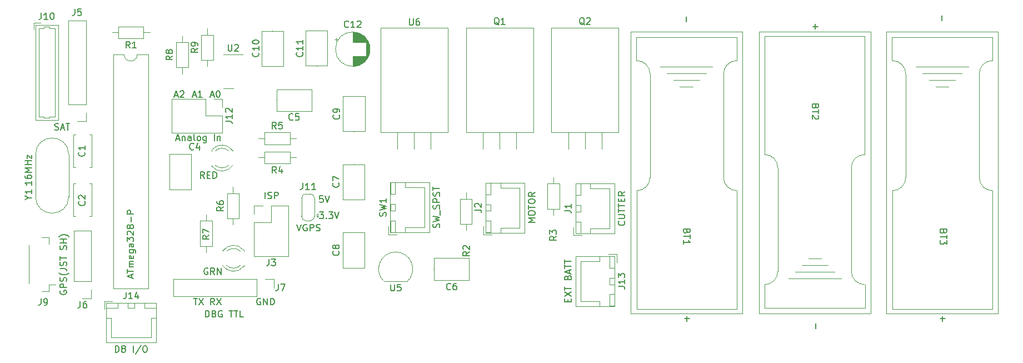
<source format=gbr>
%TF.GenerationSoftware,KiCad,Pcbnew,(6.0.7)*%
%TF.CreationDate,2022-10-12T18:39:58-05:00*%
%TF.ProjectId,cut down control board,63757420-646f-4776-9e20-636f6e74726f,1*%
%TF.SameCoordinates,Original*%
%TF.FileFunction,Legend,Top*%
%TF.FilePolarity,Positive*%
%FSLAX46Y46*%
G04 Gerber Fmt 4.6, Leading zero omitted, Abs format (unit mm)*
G04 Created by KiCad (PCBNEW (6.0.7)) date 2022-10-12 18:39:58*
%MOMM*%
%LPD*%
G01*
G04 APERTURE LIST*
%ADD10C,0.150000*%
%ADD11C,0.120000*%
G04 APERTURE END LIST*
D10*
%TO.C,R3*%
X157932380Y-110263024D02*
X157456190Y-110596358D01*
X157932380Y-110834453D02*
X156932380Y-110834453D01*
X156932380Y-110453500D01*
X156980000Y-110358262D01*
X157027619Y-110310643D01*
X157122857Y-110263024D01*
X157265714Y-110263024D01*
X157360952Y-110310643D01*
X157408571Y-110358262D01*
X157456190Y-110453500D01*
X157456190Y-110834453D01*
X156932380Y-109929691D02*
X156932380Y-109310643D01*
X157313333Y-109643977D01*
X157313333Y-109501119D01*
X157360952Y-109405881D01*
X157408571Y-109358262D01*
X157503809Y-109310643D01*
X157741904Y-109310643D01*
X157837142Y-109358262D01*
X157884761Y-109405881D01*
X157932380Y-109501119D01*
X157932380Y-109786834D01*
X157884761Y-109882072D01*
X157837142Y-109929691D01*
%TO.C,BT2*%
X197425266Y-90453167D02*
X197377647Y-90596024D01*
X197330028Y-90643643D01*
X197234790Y-90691262D01*
X197091933Y-90691262D01*
X196996695Y-90643643D01*
X196949076Y-90596024D01*
X196901457Y-90500786D01*
X196901457Y-90119834D01*
X197901457Y-90119834D01*
X197901457Y-90453167D01*
X197853838Y-90548405D01*
X197806218Y-90596024D01*
X197710980Y-90643643D01*
X197615742Y-90643643D01*
X197520504Y-90596024D01*
X197472885Y-90548405D01*
X197425266Y-90453167D01*
X197425266Y-90119834D01*
X197901457Y-90976977D02*
X197901457Y-91548405D01*
X196901457Y-91262691D02*
X197901457Y-91262691D01*
X197806218Y-91834120D02*
X197853838Y-91881739D01*
X197901457Y-91976977D01*
X197901457Y-92215072D01*
X197853838Y-92310310D01*
X197806218Y-92357929D01*
X197710980Y-92405548D01*
X197615742Y-92405548D01*
X197472885Y-92357929D01*
X196901457Y-91786501D01*
X196901457Y-92405548D01*
X197396683Y-78680166D02*
X197396683Y-77918261D01*
X197777635Y-78299214D02*
X197015731Y-78299214D01*
X197470448Y-124257483D02*
X197470448Y-123495578D01*
%TO.C,R8*%
X99438916Y-82784997D02*
X98962726Y-83118331D01*
X99438916Y-83356426D02*
X98438916Y-83356426D01*
X98438916Y-82975473D01*
X98486536Y-82880235D01*
X98534155Y-82832616D01*
X98629393Y-82784997D01*
X98772250Y-82784997D01*
X98867488Y-82832616D01*
X98915107Y-82880235D01*
X98962726Y-82975473D01*
X98962726Y-83356426D01*
X98867488Y-82213569D02*
X98819869Y-82308807D01*
X98772250Y-82356426D01*
X98677012Y-82404045D01*
X98629393Y-82404045D01*
X98534155Y-82356426D01*
X98486536Y-82308807D01*
X98438916Y-82213569D01*
X98438916Y-82023092D01*
X98486536Y-81927854D01*
X98534155Y-81880235D01*
X98629393Y-81832616D01*
X98677012Y-81832616D01*
X98772250Y-81880235D01*
X98819869Y-81927854D01*
X98867488Y-82023092D01*
X98867488Y-82213569D01*
X98915107Y-82308807D01*
X98962726Y-82356426D01*
X99057964Y-82404045D01*
X99248440Y-82404045D01*
X99343678Y-82356426D01*
X99391297Y-82308807D01*
X99438916Y-82213569D01*
X99438916Y-82023092D01*
X99391297Y-81927854D01*
X99343678Y-81880235D01*
X99248440Y-81832616D01*
X99057964Y-81832616D01*
X98962726Y-81880235D01*
X98915107Y-81927854D01*
X98867488Y-82023092D01*
%TO.C,J12*%
X107515166Y-92714405D02*
X108229452Y-92714405D01*
X108372309Y-92762024D01*
X108467547Y-92857262D01*
X108515166Y-93000120D01*
X108515166Y-93095358D01*
X108515166Y-91714405D02*
X108515166Y-92285834D01*
X108515166Y-92000120D02*
X107515166Y-92000120D01*
X107658024Y-92095358D01*
X107753262Y-92190596D01*
X107800881Y-92285834D01*
X107610405Y-91333453D02*
X107562786Y-91285834D01*
X107515166Y-91190596D01*
X107515166Y-90952501D01*
X107562786Y-90857262D01*
X107610405Y-90809643D01*
X107705643Y-90762024D01*
X107800881Y-90762024D01*
X107943738Y-90809643D01*
X108515166Y-91381072D01*
X108515166Y-90762024D01*
X100002413Y-95386042D02*
X100478604Y-95386042D01*
X99907175Y-95671756D02*
X100240508Y-94671756D01*
X100573842Y-95671756D01*
X100907175Y-95005090D02*
X100907175Y-95671756D01*
X100907175Y-95100328D02*
X100954794Y-95052709D01*
X101050032Y-95005090D01*
X101192889Y-95005090D01*
X101288127Y-95052709D01*
X101335746Y-95147947D01*
X101335746Y-95671756D01*
X102240508Y-95671756D02*
X102240508Y-95147947D01*
X102192889Y-95052709D01*
X102097651Y-95005090D01*
X101907175Y-95005090D01*
X101811937Y-95052709D01*
X102240508Y-95624137D02*
X102145270Y-95671756D01*
X101907175Y-95671756D01*
X101811937Y-95624137D01*
X101764318Y-95528899D01*
X101764318Y-95433661D01*
X101811937Y-95338423D01*
X101907175Y-95290804D01*
X102145270Y-95290804D01*
X102240508Y-95243185D01*
X102859556Y-95671756D02*
X102764318Y-95624137D01*
X102716699Y-95528899D01*
X102716699Y-94671756D01*
X103383366Y-95671756D02*
X103288127Y-95624137D01*
X103240508Y-95576518D01*
X103192889Y-95481280D01*
X103192889Y-95195566D01*
X103240508Y-95100328D01*
X103288127Y-95052709D01*
X103383366Y-95005090D01*
X103526223Y-95005090D01*
X103621461Y-95052709D01*
X103669080Y-95100328D01*
X103716699Y-95195566D01*
X103716699Y-95481280D01*
X103669080Y-95576518D01*
X103621461Y-95624137D01*
X103526223Y-95671756D01*
X103383366Y-95671756D01*
X104573842Y-95005090D02*
X104573842Y-95814614D01*
X104526223Y-95909852D01*
X104478604Y-95957471D01*
X104383366Y-96005090D01*
X104240508Y-96005090D01*
X104145270Y-95957471D01*
X104573842Y-95624137D02*
X104478604Y-95671756D01*
X104288127Y-95671756D01*
X104192889Y-95624137D01*
X104145270Y-95576518D01*
X104097651Y-95481280D01*
X104097651Y-95195566D01*
X104145270Y-95100328D01*
X104192889Y-95052709D01*
X104288127Y-95005090D01*
X104478604Y-95005090D01*
X104573842Y-95052709D01*
X105811937Y-95671756D02*
X105811937Y-94671756D01*
X106288127Y-95005090D02*
X106288127Y-95671756D01*
X106288127Y-95100328D02*
X106335746Y-95052709D01*
X106430985Y-95005090D01*
X106573842Y-95005090D01*
X106669080Y-95052709D01*
X106716699Y-95147947D01*
X106716699Y-95671756D01*
X102526600Y-88756489D02*
X103002790Y-88756489D01*
X102431362Y-89042203D02*
X102764695Y-88042203D01*
X103098028Y-89042203D01*
X103955171Y-89042203D02*
X103383743Y-89042203D01*
X103669457Y-89042203D02*
X103669457Y-88042203D01*
X103574219Y-88185061D01*
X103478981Y-88280299D01*
X103383743Y-88327918D01*
X105245931Y-88779245D02*
X105722121Y-88779245D01*
X105150693Y-89064959D02*
X105484026Y-88064959D01*
X105817359Y-89064959D01*
X106341169Y-88064959D02*
X106436407Y-88064959D01*
X106531645Y-88112579D01*
X106579264Y-88160198D01*
X106626883Y-88255436D01*
X106674502Y-88445912D01*
X106674502Y-88684007D01*
X106626883Y-88874483D01*
X106579264Y-88969721D01*
X106531645Y-89017340D01*
X106436407Y-89064959D01*
X106341169Y-89064959D01*
X106245931Y-89017340D01*
X106198312Y-88969721D01*
X106150693Y-88874483D01*
X106103074Y-88684007D01*
X106103074Y-88445912D01*
X106150693Y-88255436D01*
X106198312Y-88160198D01*
X106245931Y-88112579D01*
X106341169Y-88064959D01*
X99750380Y-88813379D02*
X100226570Y-88813379D01*
X99655142Y-89099093D02*
X99988475Y-88099093D01*
X100321808Y-89099093D01*
X100607523Y-88194332D02*
X100655142Y-88146713D01*
X100750380Y-88099093D01*
X100988475Y-88099093D01*
X101083713Y-88146713D01*
X101131332Y-88194332D01*
X101178951Y-88289570D01*
X101178951Y-88384808D01*
X101131332Y-88527665D01*
X100559904Y-89099093D01*
X101178951Y-89099093D01*
%TO.C,*%
%TO.C,J13*%
X167354290Y-117877102D02*
X168068576Y-117877102D01*
X168211433Y-117924721D01*
X168306671Y-118019959D01*
X168354290Y-118162817D01*
X168354290Y-118258055D01*
X168354290Y-116877102D02*
X168354290Y-117448531D01*
X168354290Y-117162817D02*
X167354290Y-117162817D01*
X167497148Y-117258055D01*
X167592386Y-117353293D01*
X167640005Y-117448531D01*
X167354290Y-116543769D02*
X167354290Y-115924721D01*
X167735243Y-116258055D01*
X167735243Y-116115198D01*
X167782862Y-116019959D01*
X167830481Y-115972340D01*
X167925719Y-115924721D01*
X168163814Y-115924721D01*
X168259052Y-115972340D01*
X168306671Y-116019959D01*
X168354290Y-116115198D01*
X168354290Y-116400912D01*
X168306671Y-116496150D01*
X168259052Y-116543769D01*
X159680481Y-120210436D02*
X159680481Y-119877102D01*
X160204290Y-119734245D02*
X160204290Y-120210436D01*
X159204290Y-120210436D01*
X159204290Y-119734245D01*
X159204290Y-119400912D02*
X160204290Y-118734245D01*
X159204290Y-118734245D02*
X160204290Y-119400912D01*
X159204290Y-118496150D02*
X159204290Y-117924721D01*
X160204290Y-118210436D02*
X159204290Y-118210436D01*
X159680481Y-116496150D02*
X159728100Y-116353293D01*
X159775719Y-116305674D01*
X159870957Y-116258055D01*
X160013814Y-116258055D01*
X160109052Y-116305674D01*
X160156671Y-116353293D01*
X160204290Y-116448531D01*
X160204290Y-116829483D01*
X159204290Y-116829483D01*
X159204290Y-116496150D01*
X159251910Y-116400912D01*
X159299529Y-116353293D01*
X159394767Y-116305674D01*
X159490005Y-116305674D01*
X159585243Y-116353293D01*
X159632862Y-116400912D01*
X159680481Y-116496150D01*
X159680481Y-116829483D01*
X159918576Y-115877102D02*
X159918576Y-115400912D01*
X160204290Y-115972340D02*
X159204290Y-115639007D01*
X160204290Y-115305674D01*
X159204290Y-115115198D02*
X159204290Y-114543769D01*
X160204290Y-114829483D02*
X159204290Y-114829483D01*
X159204290Y-114353293D02*
X159204290Y-113781864D01*
X160204290Y-114067579D02*
X159204290Y-114067579D01*
%TO.C,Q1*%
X149201553Y-78051855D02*
X149106315Y-78004236D01*
X149011077Y-77908997D01*
X148868220Y-77766140D01*
X148772982Y-77718521D01*
X148677744Y-77718521D01*
X148725363Y-77956616D02*
X148630125Y-77908997D01*
X148534887Y-77813759D01*
X148487268Y-77623283D01*
X148487268Y-77289950D01*
X148534887Y-77099474D01*
X148630125Y-77004236D01*
X148725363Y-76956616D01*
X148915839Y-76956616D01*
X149011077Y-77004236D01*
X149106315Y-77099474D01*
X149153934Y-77289950D01*
X149153934Y-77623283D01*
X149106315Y-77813759D01*
X149011077Y-77908997D01*
X148915839Y-77956616D01*
X148725363Y-77956616D01*
X150106315Y-77956616D02*
X149534887Y-77956616D01*
X149820601Y-77956616D02*
X149820601Y-76956616D01*
X149725363Y-77099474D01*
X149630125Y-77194712D01*
X149534887Y-77242331D01*
%TO.C,*%
%TO.C,D2*%
X104804901Y-115135970D02*
X104709663Y-115088350D01*
X104566806Y-115088350D01*
X104423948Y-115135970D01*
X104328710Y-115231208D01*
X104281091Y-115326446D01*
X104233472Y-115516922D01*
X104233472Y-115659779D01*
X104281091Y-115850255D01*
X104328710Y-115945493D01*
X104423948Y-116040731D01*
X104566806Y-116088350D01*
X104662044Y-116088350D01*
X104804901Y-116040731D01*
X104852520Y-115993112D01*
X104852520Y-115659779D01*
X104662044Y-115659779D01*
X105852520Y-116088350D02*
X105519186Y-115612160D01*
X105281091Y-116088350D02*
X105281091Y-115088350D01*
X105662044Y-115088350D01*
X105757282Y-115135970D01*
X105804901Y-115183589D01*
X105852520Y-115278827D01*
X105852520Y-115421684D01*
X105804901Y-115516922D01*
X105757282Y-115564541D01*
X105662044Y-115612160D01*
X105281091Y-115612160D01*
X106281091Y-116088350D02*
X106281091Y-115088350D01*
X106852520Y-116088350D01*
X106852520Y-115088350D01*
%TO.C,J10*%
X79431226Y-76218152D02*
X79431226Y-76932438D01*
X79383607Y-77075295D01*
X79288369Y-77170533D01*
X79145511Y-77218152D01*
X79050273Y-77218152D01*
X80431226Y-77218152D02*
X79859797Y-77218152D01*
X80145511Y-77218152D02*
X80145511Y-76218152D01*
X80050273Y-76361010D01*
X79955035Y-76456248D01*
X79859797Y-76503867D01*
X81050273Y-76218152D02*
X81145511Y-76218152D01*
X81240750Y-76265772D01*
X81288369Y-76313391D01*
X81335988Y-76408629D01*
X81383607Y-76599105D01*
X81383607Y-76837200D01*
X81335988Y-77027676D01*
X81288369Y-77122914D01*
X81240750Y-77170533D01*
X81145511Y-77218152D01*
X81050273Y-77218152D01*
X80955035Y-77170533D01*
X80907416Y-77122914D01*
X80859797Y-77027676D01*
X80812178Y-76837200D01*
X80812178Y-76599105D01*
X80859797Y-76408629D01*
X80907416Y-76313391D01*
X80955035Y-76265772D01*
X81050273Y-76218152D01*
%TO.C,*%
%TO.C,Y1*%
X77475993Y-104360441D02*
X77952183Y-104360441D01*
X76952183Y-104693774D02*
X77475993Y-104360441D01*
X76952183Y-104027108D01*
X77952183Y-103169965D02*
X77952183Y-103741393D01*
X77952183Y-103455679D02*
X76952183Y-103455679D01*
X77095041Y-103550917D01*
X77190279Y-103646155D01*
X77237898Y-103741393D01*
X77943528Y-101854137D02*
X77943528Y-102425565D01*
X77943528Y-102139851D02*
X76943528Y-102139851D01*
X77086386Y-102235089D01*
X77181624Y-102330327D01*
X77229243Y-102425565D01*
X76943528Y-100996994D02*
X76943528Y-101187470D01*
X76991148Y-101282708D01*
X77038767Y-101330327D01*
X77181624Y-101425565D01*
X77372100Y-101473184D01*
X77753052Y-101473184D01*
X77848290Y-101425565D01*
X77895909Y-101377946D01*
X77943528Y-101282708D01*
X77943528Y-101092232D01*
X77895909Y-100996994D01*
X77848290Y-100949375D01*
X77753052Y-100901756D01*
X77514957Y-100901756D01*
X77419719Y-100949375D01*
X77372100Y-100996994D01*
X77324481Y-101092232D01*
X77324481Y-101282708D01*
X77372100Y-101377946D01*
X77419719Y-101425565D01*
X77514957Y-101473184D01*
X77943528Y-100473184D02*
X76943528Y-100473184D01*
X77657814Y-100139851D01*
X76943528Y-99806518D01*
X77943528Y-99806518D01*
X77943528Y-99330327D02*
X76943528Y-99330327D01*
X77419719Y-99330327D02*
X77419719Y-98758899D01*
X77943528Y-98758899D02*
X76943528Y-98758899D01*
X77276862Y-98377946D02*
X77276862Y-97854137D01*
X77943528Y-98377946D01*
X77943528Y-97854137D01*
%TO.C,R2*%
X144688571Y-112607361D02*
X144212381Y-112940695D01*
X144688571Y-113178790D02*
X143688571Y-113178790D01*
X143688571Y-112797837D01*
X143736191Y-112702599D01*
X143783810Y-112654980D01*
X143879048Y-112607361D01*
X144021905Y-112607361D01*
X144117143Y-112654980D01*
X144164762Y-112702599D01*
X144212381Y-112797837D01*
X144212381Y-113178790D01*
X143783810Y-112226409D02*
X143736191Y-112178790D01*
X143688571Y-112083552D01*
X143688571Y-111845456D01*
X143736191Y-111750218D01*
X143783810Y-111702599D01*
X143879048Y-111654980D01*
X143974286Y-111654980D01*
X144117143Y-111702599D01*
X144688571Y-112274028D01*
X144688571Y-111654980D01*
%TO.C,R4*%
X115245400Y-100627518D02*
X114912067Y-100151328D01*
X114673971Y-100627518D02*
X114673971Y-99627518D01*
X115054924Y-99627518D01*
X115150162Y-99675138D01*
X115197781Y-99722757D01*
X115245400Y-99817995D01*
X115245400Y-99960852D01*
X115197781Y-100056090D01*
X115150162Y-100103709D01*
X115054924Y-100151328D01*
X114673971Y-100151328D01*
X116102543Y-99960852D02*
X116102543Y-100627518D01*
X115864447Y-99579899D02*
X115626352Y-100294185D01*
X116245400Y-100294185D01*
%TO.C,*%
%TO.C,U6*%
X135541324Y-77090525D02*
X135541324Y-77900049D01*
X135588943Y-77995287D01*
X135636562Y-78042906D01*
X135731800Y-78090525D01*
X135922276Y-78090525D01*
X136017514Y-78042906D01*
X136065133Y-77995287D01*
X136112752Y-77900049D01*
X136112752Y-77090525D01*
X137017514Y-77090525D02*
X136827038Y-77090525D01*
X136731800Y-77138145D01*
X136684181Y-77185764D01*
X136588943Y-77328621D01*
X136541324Y-77519097D01*
X136541324Y-77900049D01*
X136588943Y-77995287D01*
X136636562Y-78042906D01*
X136731800Y-78090525D01*
X136922276Y-78090525D01*
X137017514Y-78042906D01*
X137065133Y-77995287D01*
X137112752Y-77900049D01*
X137112752Y-77661954D01*
X137065133Y-77566716D01*
X137017514Y-77519097D01*
X136922276Y-77471478D01*
X136731800Y-77471478D01*
X136636562Y-77519097D01*
X136588943Y-77566716D01*
X136541324Y-77661954D01*
%TO.C,Q2*%
X162198494Y-78051855D02*
X162103256Y-78004236D01*
X162008018Y-77908997D01*
X161865161Y-77766140D01*
X161769923Y-77718521D01*
X161674685Y-77718521D01*
X161722304Y-77956616D02*
X161627066Y-77908997D01*
X161531828Y-77813759D01*
X161484209Y-77623283D01*
X161484209Y-77289950D01*
X161531828Y-77099474D01*
X161627066Y-77004236D01*
X161722304Y-76956616D01*
X161912780Y-76956616D01*
X162008018Y-77004236D01*
X162103256Y-77099474D01*
X162150875Y-77289950D01*
X162150875Y-77623283D01*
X162103256Y-77813759D01*
X162008018Y-77908997D01*
X161912780Y-77956616D01*
X161722304Y-77956616D01*
X162531828Y-77051855D02*
X162579447Y-77004236D01*
X162674685Y-76956616D01*
X162912780Y-76956616D01*
X163008018Y-77004236D01*
X163055637Y-77051855D01*
X163103256Y-77147093D01*
X163103256Y-77242331D01*
X163055637Y-77385188D01*
X162484209Y-77956616D01*
X163103256Y-77956616D01*
%TO.C,C11*%
X119211040Y-82252306D02*
X119258659Y-82299925D01*
X119306278Y-82442782D01*
X119306278Y-82538020D01*
X119258659Y-82680877D01*
X119163421Y-82776115D01*
X119068183Y-82823734D01*
X118877707Y-82871353D01*
X118734850Y-82871353D01*
X118544374Y-82823734D01*
X118449136Y-82776115D01*
X118353898Y-82680877D01*
X118306278Y-82538020D01*
X118306278Y-82442782D01*
X118353898Y-82299925D01*
X118401517Y-82252306D01*
X119306278Y-81299925D02*
X119306278Y-81871353D01*
X119306278Y-81585639D02*
X118306278Y-81585639D01*
X118449136Y-81680877D01*
X118544374Y-81776115D01*
X118591993Y-81871353D01*
X119306278Y-80347544D02*
X119306278Y-80918972D01*
X119306278Y-80633258D02*
X118306278Y-80633258D01*
X118449136Y-80728496D01*
X118544374Y-80823734D01*
X118591993Y-80918972D01*
%TO.C,R7*%
X105022278Y-110108586D02*
X104546088Y-110441920D01*
X105022278Y-110680015D02*
X104022278Y-110680015D01*
X104022278Y-110299062D01*
X104069898Y-110203824D01*
X104117517Y-110156205D01*
X104212755Y-110108586D01*
X104355612Y-110108586D01*
X104450850Y-110156205D01*
X104498469Y-110203824D01*
X104546088Y-110299062D01*
X104546088Y-110680015D01*
X104022278Y-109775253D02*
X104022278Y-109108586D01*
X105022278Y-109537158D01*
%TO.C,BT1*%
X177838588Y-109471100D02*
X177790969Y-109613957D01*
X177743350Y-109661576D01*
X177648112Y-109709195D01*
X177505255Y-109709195D01*
X177410017Y-109661576D01*
X177362398Y-109613957D01*
X177314779Y-109518719D01*
X177314779Y-109137767D01*
X178314779Y-109137767D01*
X178314779Y-109471100D01*
X178267160Y-109566338D01*
X178219540Y-109613957D01*
X178124302Y-109661576D01*
X178029064Y-109661576D01*
X177933826Y-109613957D01*
X177886207Y-109566338D01*
X177838588Y-109471100D01*
X177838588Y-109137767D01*
X178314779Y-109994910D02*
X178314779Y-110566338D01*
X177314779Y-110280624D02*
X178314779Y-110280624D01*
X177314779Y-111423481D02*
X177314779Y-110852053D01*
X177314779Y-111137767D02*
X178314779Y-111137767D01*
X178171921Y-111042529D01*
X178076683Y-110947291D01*
X178029064Y-110852053D01*
X177744250Y-77559215D02*
X177744250Y-76797310D01*
X177811815Y-123177087D02*
X177811815Y-122415182D01*
X178192767Y-122796135D02*
X177430863Y-122796135D01*
%TO.C,C8*%
X124744431Y-112522789D02*
X124792050Y-112570408D01*
X124839669Y-112713265D01*
X124839669Y-112808503D01*
X124792050Y-112951361D01*
X124696812Y-113046599D01*
X124601574Y-113094218D01*
X124411098Y-113141837D01*
X124268241Y-113141837D01*
X124077765Y-113094218D01*
X123982527Y-113046599D01*
X123887289Y-112951361D01*
X123839669Y-112808503D01*
X123839669Y-112713265D01*
X123887289Y-112570408D01*
X123934908Y-112522789D01*
X124268241Y-111951361D02*
X124220622Y-112046599D01*
X124173003Y-112094218D01*
X124077765Y-112141837D01*
X124030146Y-112141837D01*
X123934908Y-112094218D01*
X123887289Y-112046599D01*
X123839669Y-111951361D01*
X123839669Y-111760884D01*
X123887289Y-111665646D01*
X123934908Y-111618027D01*
X124030146Y-111570408D01*
X124077765Y-111570408D01*
X124173003Y-111618027D01*
X124220622Y-111665646D01*
X124268241Y-111760884D01*
X124268241Y-111951361D01*
X124315860Y-112046599D01*
X124363479Y-112094218D01*
X124458717Y-112141837D01*
X124649193Y-112141837D01*
X124744431Y-112094218D01*
X124792050Y-112046599D01*
X124839669Y-111951361D01*
X124839669Y-111760884D01*
X124792050Y-111665646D01*
X124744431Y-111618027D01*
X124649193Y-111570408D01*
X124458717Y-111570408D01*
X124363479Y-111618027D01*
X124315860Y-111665646D01*
X124268241Y-111760884D01*
%TO.C,J5*%
X84548039Y-75606916D02*
X84548039Y-76321202D01*
X84500420Y-76464059D01*
X84405182Y-76559297D01*
X84262325Y-76606916D01*
X84167087Y-76606916D01*
X85500420Y-75606916D02*
X85024230Y-75606916D01*
X84976611Y-76083107D01*
X85024230Y-76035488D01*
X85119468Y-75987869D01*
X85357563Y-75987869D01*
X85452801Y-76035488D01*
X85500420Y-76083107D01*
X85548039Y-76178345D01*
X85548039Y-76416440D01*
X85500420Y-76511678D01*
X85452801Y-76559297D01*
X85357563Y-76606916D01*
X85119468Y-76606916D01*
X85024230Y-76559297D01*
X84976611Y-76511678D01*
X81492970Y-94007084D02*
X81635828Y-94054703D01*
X81873923Y-94054703D01*
X81969161Y-94007084D01*
X82016780Y-93959465D01*
X82064399Y-93864227D01*
X82064399Y-93768989D01*
X82016780Y-93673751D01*
X81969161Y-93626132D01*
X81873923Y-93578513D01*
X81683447Y-93530894D01*
X81588209Y-93483275D01*
X81540589Y-93435656D01*
X81492970Y-93340418D01*
X81492970Y-93245180D01*
X81540589Y-93149942D01*
X81588209Y-93102323D01*
X81683447Y-93054703D01*
X81921542Y-93054703D01*
X82064399Y-93102323D01*
X82445351Y-93768989D02*
X82921542Y-93768989D01*
X82350113Y-94054703D02*
X82683447Y-93054703D01*
X83016780Y-94054703D01*
X83207256Y-93054703D02*
X83778685Y-93054703D01*
X83492970Y-94054703D02*
X83492970Y-93054703D01*
%TO.C,J11*%
X119285938Y-102130900D02*
X119285938Y-102845186D01*
X119238319Y-102988043D01*
X119143081Y-103083281D01*
X119000223Y-103130900D01*
X118904985Y-103130900D01*
X120285938Y-103130900D02*
X119714509Y-103130900D01*
X120000223Y-103130900D02*
X120000223Y-102130900D01*
X119904985Y-102273758D01*
X119809747Y-102368996D01*
X119714509Y-102416615D01*
X121238319Y-103130900D02*
X120666890Y-103130900D01*
X120952604Y-103130900D02*
X120952604Y-102130900D01*
X120857366Y-102273758D01*
X120762128Y-102368996D01*
X120666890Y-102416615D01*
X121829202Y-106553364D02*
X122448250Y-106553364D01*
X122114916Y-106934317D01*
X122257773Y-106934317D01*
X122353012Y-106981936D01*
X122400631Y-107029555D01*
X122448250Y-107124793D01*
X122448250Y-107362888D01*
X122400631Y-107458126D01*
X122353012Y-107505745D01*
X122257773Y-107553364D01*
X121972059Y-107553364D01*
X121876821Y-107505745D01*
X121829202Y-107458126D01*
X122876821Y-107458126D02*
X122924440Y-107505745D01*
X122876821Y-107553364D01*
X122829202Y-107505745D01*
X122876821Y-107458126D01*
X122876821Y-107553364D01*
X123257773Y-106553364D02*
X123876821Y-106553364D01*
X123543488Y-106934317D01*
X123686345Y-106934317D01*
X123781583Y-106981936D01*
X123829202Y-107029555D01*
X123876821Y-107124793D01*
X123876821Y-107362888D01*
X123829202Y-107458126D01*
X123781583Y-107505745D01*
X123686345Y-107553364D01*
X123400631Y-107553364D01*
X123305393Y-107505745D01*
X123257773Y-107458126D01*
X124162535Y-106553364D02*
X124495869Y-107553364D01*
X124829202Y-106553364D01*
X118389688Y-108430726D02*
X118723021Y-109430726D01*
X119056354Y-108430726D01*
X119913497Y-108478346D02*
X119818259Y-108430726D01*
X119675402Y-108430726D01*
X119532545Y-108478346D01*
X119437307Y-108573584D01*
X119389688Y-108668822D01*
X119342069Y-108859298D01*
X119342069Y-109002155D01*
X119389688Y-109192631D01*
X119437307Y-109287869D01*
X119532545Y-109383107D01*
X119675402Y-109430726D01*
X119770640Y-109430726D01*
X119913497Y-109383107D01*
X119961116Y-109335488D01*
X119961116Y-109002155D01*
X119770640Y-109002155D01*
X120389688Y-109430726D02*
X120389688Y-108430726D01*
X120770640Y-108430726D01*
X120865878Y-108478346D01*
X120913497Y-108525965D01*
X120961116Y-108621203D01*
X120961116Y-108764060D01*
X120913497Y-108859298D01*
X120865878Y-108906917D01*
X120770640Y-108954536D01*
X120389688Y-108954536D01*
X121342069Y-109383107D02*
X121484926Y-109430726D01*
X121723021Y-109430726D01*
X121818259Y-109383107D01*
X121865878Y-109335488D01*
X121913497Y-109240250D01*
X121913497Y-109145012D01*
X121865878Y-109049774D01*
X121818259Y-109002155D01*
X121723021Y-108954536D01*
X121532545Y-108906917D01*
X121437307Y-108859298D01*
X121389688Y-108811679D01*
X121342069Y-108716441D01*
X121342069Y-108621203D01*
X121389688Y-108525965D01*
X121437307Y-108478346D01*
X121532545Y-108430726D01*
X121770640Y-108430726D01*
X121913497Y-108478346D01*
X122352593Y-104072970D02*
X121876403Y-104072970D01*
X121828784Y-104549161D01*
X121876403Y-104501542D01*
X121971641Y-104453923D01*
X122209736Y-104453923D01*
X122304974Y-104501542D01*
X122352593Y-104549161D01*
X122400212Y-104644399D01*
X122400212Y-104882494D01*
X122352593Y-104977732D01*
X122304974Y-105025351D01*
X122209736Y-105072970D01*
X121971641Y-105072970D01*
X121876403Y-105025351D01*
X121828784Y-104977732D01*
X122685927Y-104072970D02*
X123019260Y-105072970D01*
X123352593Y-104072970D01*
%TO.C,C4*%
X102673274Y-96982516D02*
X102625655Y-97030135D01*
X102482798Y-97077754D01*
X102387560Y-97077754D01*
X102244702Y-97030135D01*
X102149464Y-96934897D01*
X102101845Y-96839659D01*
X102054226Y-96649183D01*
X102054226Y-96506326D01*
X102101845Y-96315850D01*
X102149464Y-96220612D01*
X102244702Y-96125374D01*
X102387560Y-96077754D01*
X102482798Y-96077754D01*
X102625655Y-96125374D01*
X102673274Y-96172993D01*
X103530417Y-96411088D02*
X103530417Y-97077754D01*
X103292321Y-96030135D02*
X103054226Y-96744421D01*
X103673274Y-96744421D01*
%TO.C,J2*%
X145502334Y-106222554D02*
X146216620Y-106222554D01*
X146359477Y-106270173D01*
X146454715Y-106365411D01*
X146502334Y-106508268D01*
X146502334Y-106603506D01*
X145597573Y-105793982D02*
X145549954Y-105746363D01*
X145502334Y-105651125D01*
X145502334Y-105413030D01*
X145549954Y-105317792D01*
X145597573Y-105270173D01*
X145692811Y-105222554D01*
X145788049Y-105222554D01*
X145930906Y-105270173D01*
X146502334Y-105841601D01*
X146502334Y-105222554D01*
X154652334Y-108151125D02*
X153652334Y-108151125D01*
X154366620Y-107817792D01*
X153652334Y-107484459D01*
X154652334Y-107484459D01*
X153652334Y-106817792D02*
X153652334Y-106627316D01*
X153699954Y-106532078D01*
X153795192Y-106436840D01*
X153985668Y-106389221D01*
X154319001Y-106389221D01*
X154509477Y-106436840D01*
X154604715Y-106532078D01*
X154652334Y-106627316D01*
X154652334Y-106817792D01*
X154604715Y-106913030D01*
X154509477Y-107008268D01*
X154319001Y-107055887D01*
X153985668Y-107055887D01*
X153795192Y-107008268D01*
X153699954Y-106913030D01*
X153652334Y-106817792D01*
X153652334Y-106103506D02*
X153652334Y-105532078D01*
X154652334Y-105817792D02*
X153652334Y-105817792D01*
X153652334Y-105008268D02*
X153652334Y-104817792D01*
X153699954Y-104722554D01*
X153795192Y-104627316D01*
X153985668Y-104579697D01*
X154319001Y-104579697D01*
X154509477Y-104627316D01*
X154604715Y-104722554D01*
X154652334Y-104817792D01*
X154652334Y-105008268D01*
X154604715Y-105103506D01*
X154509477Y-105198744D01*
X154319001Y-105246363D01*
X153985668Y-105246363D01*
X153795192Y-105198744D01*
X153699954Y-105103506D01*
X153652334Y-105008268D01*
X154652334Y-103579697D02*
X154176144Y-103913030D01*
X154652334Y-104151125D02*
X153652334Y-104151125D01*
X153652334Y-103770173D01*
X153699954Y-103674935D01*
X153747573Y-103627316D01*
X153842811Y-103579697D01*
X153985668Y-103579697D01*
X154080906Y-103627316D01*
X154128525Y-103674935D01*
X154176144Y-103770173D01*
X154176144Y-104151125D01*
%TO.C,R1*%
X92953262Y-81579820D02*
X92619929Y-81103630D01*
X92381833Y-81579820D02*
X92381833Y-80579820D01*
X92762786Y-80579820D01*
X92858024Y-80627440D01*
X92905643Y-80675059D01*
X92953262Y-80770297D01*
X92953262Y-80913154D01*
X92905643Y-81008392D01*
X92858024Y-81056011D01*
X92762786Y-81103630D01*
X92381833Y-81103630D01*
X93905643Y-81579820D02*
X93334214Y-81579820D01*
X93619929Y-81579820D02*
X93619929Y-80579820D01*
X93524690Y-80722678D01*
X93429452Y-80817916D01*
X93334214Y-80865535D01*
%TO.C,C7*%
X124738343Y-102130249D02*
X124785962Y-102177868D01*
X124833581Y-102320725D01*
X124833581Y-102415963D01*
X124785962Y-102558821D01*
X124690724Y-102654059D01*
X124595486Y-102701678D01*
X124405010Y-102749297D01*
X124262153Y-102749297D01*
X124071677Y-102701678D01*
X123976439Y-102654059D01*
X123881201Y-102558821D01*
X123833581Y-102415963D01*
X123833581Y-102320725D01*
X123881201Y-102177868D01*
X123928820Y-102130249D01*
X123833581Y-101796916D02*
X123833581Y-101130249D01*
X124833581Y-101558821D01*
%TO.C,J3*%
X114135849Y-113726780D02*
X114135849Y-114441066D01*
X114088230Y-114583923D01*
X113992992Y-114679161D01*
X113850135Y-114726780D01*
X113754897Y-114726780D01*
X114516802Y-113726780D02*
X115135849Y-113726780D01*
X114802516Y-114107733D01*
X114945373Y-114107733D01*
X115040611Y-114155352D01*
X115088230Y-114202971D01*
X115135849Y-114298209D01*
X115135849Y-114536304D01*
X115088230Y-114631542D01*
X115040611Y-114679161D01*
X114945373Y-114726780D01*
X114659659Y-114726780D01*
X114564421Y-114679161D01*
X114516802Y-114631542D01*
X113536762Y-104512223D02*
X113536762Y-103512223D01*
X113965333Y-104464604D02*
X114108191Y-104512223D01*
X114346286Y-104512223D01*
X114441524Y-104464604D01*
X114489143Y-104416985D01*
X114536762Y-104321747D01*
X114536762Y-104226509D01*
X114489143Y-104131271D01*
X114441524Y-104083652D01*
X114346286Y-104036033D01*
X114155810Y-103988414D01*
X114060572Y-103940795D01*
X114012953Y-103893176D01*
X113965333Y-103797938D01*
X113965333Y-103702700D01*
X114012953Y-103607462D01*
X114060572Y-103559843D01*
X114155810Y-103512223D01*
X114393905Y-103512223D01*
X114536762Y-103559843D01*
X114965333Y-104512223D02*
X114965333Y-103512223D01*
X115346286Y-103512223D01*
X115441524Y-103559843D01*
X115489143Y-103607462D01*
X115536762Y-103702700D01*
X115536762Y-103845557D01*
X115489143Y-103940795D01*
X115441524Y-103988414D01*
X115346286Y-104036033D01*
X114965333Y-104036033D01*
%TO.C,*%
%TO.C,J14*%
X92335218Y-118765161D02*
X92335218Y-119479447D01*
X92287599Y-119622304D01*
X92192361Y-119717542D01*
X92049503Y-119765161D01*
X91954265Y-119765161D01*
X93335218Y-119765161D02*
X92763789Y-119765161D01*
X93049503Y-119765161D02*
X93049503Y-118765161D01*
X92954265Y-118908019D01*
X92859027Y-119003257D01*
X92763789Y-119050876D01*
X94192361Y-119098495D02*
X94192361Y-119765161D01*
X93954265Y-118717542D02*
X93716170Y-119431828D01*
X94335218Y-119431828D01*
X90739980Y-127915161D02*
X90739980Y-126915161D01*
X90978075Y-126915161D01*
X91120932Y-126962781D01*
X91216170Y-127058019D01*
X91263789Y-127153257D01*
X91311408Y-127343733D01*
X91311408Y-127486590D01*
X91263789Y-127677066D01*
X91216170Y-127772304D01*
X91120932Y-127867542D01*
X90978075Y-127915161D01*
X90739980Y-127915161D01*
X91882837Y-127343733D02*
X91787599Y-127296114D01*
X91739980Y-127248495D01*
X91692361Y-127153257D01*
X91692361Y-127105638D01*
X91739980Y-127010400D01*
X91787599Y-126962781D01*
X91882837Y-126915161D01*
X92073313Y-126915161D01*
X92168551Y-126962781D01*
X92216170Y-127010400D01*
X92263789Y-127105638D01*
X92263789Y-127153257D01*
X92216170Y-127248495D01*
X92168551Y-127296114D01*
X92073313Y-127343733D01*
X91882837Y-127343733D01*
X91787599Y-127391352D01*
X91739980Y-127438971D01*
X91692361Y-127534209D01*
X91692361Y-127724685D01*
X91739980Y-127819923D01*
X91787599Y-127867542D01*
X91882837Y-127915161D01*
X92073313Y-127915161D01*
X92168551Y-127867542D01*
X92216170Y-127819923D01*
X92263789Y-127724685D01*
X92263789Y-127534209D01*
X92216170Y-127438971D01*
X92168551Y-127391352D01*
X92073313Y-127343733D01*
X93454265Y-127915161D02*
X93454265Y-126915161D01*
X94644742Y-126867542D02*
X93787599Y-128153257D01*
X95168551Y-126915161D02*
X95359027Y-126915161D01*
X95454265Y-126962781D01*
X95549503Y-127058019D01*
X95597122Y-127248495D01*
X95597122Y-127581828D01*
X95549503Y-127772304D01*
X95454265Y-127867542D01*
X95359027Y-127915161D01*
X95168551Y-127915161D01*
X95073313Y-127867542D01*
X94978075Y-127772304D01*
X94930456Y-127581828D01*
X94930456Y-127248495D01*
X94978075Y-127058019D01*
X95073313Y-126962781D01*
X95168551Y-126915161D01*
%TO.C,R5*%
X115231945Y-93877735D02*
X114898612Y-93401545D01*
X114660516Y-93877735D02*
X114660516Y-92877735D01*
X115041469Y-92877735D01*
X115136707Y-92925355D01*
X115184326Y-92972974D01*
X115231945Y-93068212D01*
X115231945Y-93211069D01*
X115184326Y-93306307D01*
X115136707Y-93353926D01*
X115041469Y-93401545D01*
X114660516Y-93401545D01*
X116136707Y-92877735D02*
X115660516Y-92877735D01*
X115612897Y-93353926D01*
X115660516Y-93306307D01*
X115755754Y-93258688D01*
X115993850Y-93258688D01*
X116089088Y-93306307D01*
X116136707Y-93353926D01*
X116184326Y-93449164D01*
X116184326Y-93687259D01*
X116136707Y-93782497D01*
X116089088Y-93830116D01*
X115993850Y-93877735D01*
X115755754Y-93877735D01*
X115660516Y-93830116D01*
X115612897Y-93782497D01*
%TO.C,*%
%TO.C,U2*%
X107916381Y-81050323D02*
X107916381Y-81859847D01*
X107964000Y-81955085D01*
X108011619Y-82002704D01*
X108106857Y-82050323D01*
X108297333Y-82050323D01*
X108392571Y-82002704D01*
X108440190Y-81955085D01*
X108487809Y-81859847D01*
X108487809Y-81050323D01*
X108916381Y-81145562D02*
X108964000Y-81097943D01*
X109059238Y-81050323D01*
X109297333Y-81050323D01*
X109392571Y-81097943D01*
X109440190Y-81145562D01*
X109487809Y-81240800D01*
X109487809Y-81336038D01*
X109440190Y-81478895D01*
X108868762Y-82050323D01*
X109487809Y-82050323D01*
%TO.C,D1*%
X104278102Y-101424363D02*
X103944769Y-100948173D01*
X103706674Y-101424363D02*
X103706674Y-100424363D01*
X104087626Y-100424363D01*
X104182864Y-100471983D01*
X104230483Y-100519602D01*
X104278102Y-100614840D01*
X104278102Y-100757697D01*
X104230483Y-100852935D01*
X104182864Y-100900554D01*
X104087626Y-100948173D01*
X103706674Y-100948173D01*
X104706674Y-100900554D02*
X105040007Y-100900554D01*
X105182864Y-101424363D02*
X104706674Y-101424363D01*
X104706674Y-100424363D01*
X105182864Y-100424363D01*
X105611436Y-101424363D02*
X105611436Y-100424363D01*
X105849531Y-100424363D01*
X105992388Y-100471983D01*
X106087626Y-100567221D01*
X106135245Y-100662459D01*
X106182864Y-100852935D01*
X106182864Y-100995792D01*
X106135245Y-101186268D01*
X106087626Y-101281506D01*
X105992388Y-101376744D01*
X105849531Y-101424363D01*
X105611436Y-101424363D01*
%TO.C,U1*%
X93233565Y-116598974D02*
X93233565Y-116122784D01*
X93519279Y-116694212D02*
X92519279Y-116360879D01*
X93519279Y-116027546D01*
X92519279Y-115837069D02*
X92519279Y-115265641D01*
X93519279Y-115551355D02*
X92519279Y-115551355D01*
X93519279Y-114932308D02*
X92852613Y-114932308D01*
X92947851Y-114932308D02*
X92900232Y-114884688D01*
X92852613Y-114789450D01*
X92852613Y-114646593D01*
X92900232Y-114551355D01*
X92995470Y-114503736D01*
X93519279Y-114503736D01*
X92995470Y-114503736D02*
X92900232Y-114456117D01*
X92852613Y-114360879D01*
X92852613Y-114218022D01*
X92900232Y-114122784D01*
X92995470Y-114075165D01*
X93519279Y-114075165D01*
X93471660Y-113218022D02*
X93519279Y-113313260D01*
X93519279Y-113503736D01*
X93471660Y-113598974D01*
X93376422Y-113646593D01*
X92995470Y-113646593D01*
X92900232Y-113598974D01*
X92852613Y-113503736D01*
X92852613Y-113313260D01*
X92900232Y-113218022D01*
X92995470Y-113170403D01*
X93090708Y-113170403D01*
X93185946Y-113646593D01*
X92852613Y-112313260D02*
X93662137Y-112313260D01*
X93757375Y-112360879D01*
X93804994Y-112408498D01*
X93852613Y-112503736D01*
X93852613Y-112646593D01*
X93804994Y-112741831D01*
X93471660Y-112313260D02*
X93519279Y-112408498D01*
X93519279Y-112598974D01*
X93471660Y-112694212D01*
X93424041Y-112741831D01*
X93328803Y-112789450D01*
X93043089Y-112789450D01*
X92947851Y-112741831D01*
X92900232Y-112694212D01*
X92852613Y-112598974D01*
X92852613Y-112408498D01*
X92900232Y-112313260D01*
X93519279Y-111408498D02*
X92995470Y-111408498D01*
X92900232Y-111456117D01*
X92852613Y-111551355D01*
X92852613Y-111741831D01*
X92900232Y-111837069D01*
X93471660Y-111408498D02*
X93519279Y-111503736D01*
X93519279Y-111741831D01*
X93471660Y-111837069D01*
X93376422Y-111884688D01*
X93281184Y-111884688D01*
X93185946Y-111837069D01*
X93138327Y-111741831D01*
X93138327Y-111503736D01*
X93090708Y-111408498D01*
X92519279Y-111027546D02*
X92519279Y-110408498D01*
X92900232Y-110741831D01*
X92900232Y-110598974D01*
X92947851Y-110503736D01*
X92995470Y-110456117D01*
X93090708Y-110408498D01*
X93328803Y-110408498D01*
X93424041Y-110456117D01*
X93471660Y-110503736D01*
X93519279Y-110598974D01*
X93519279Y-110884688D01*
X93471660Y-110979927D01*
X93424041Y-111027546D01*
X92614518Y-110027546D02*
X92566899Y-109979927D01*
X92519279Y-109884688D01*
X92519279Y-109646593D01*
X92566899Y-109551355D01*
X92614518Y-109503736D01*
X92709756Y-109456117D01*
X92804994Y-109456117D01*
X92947851Y-109503736D01*
X93519279Y-110075165D01*
X93519279Y-109456117D01*
X92947851Y-108884688D02*
X92900232Y-108979927D01*
X92852613Y-109027546D01*
X92757375Y-109075165D01*
X92709756Y-109075165D01*
X92614518Y-109027546D01*
X92566899Y-108979927D01*
X92519279Y-108884688D01*
X92519279Y-108694212D01*
X92566899Y-108598974D01*
X92614518Y-108551355D01*
X92709756Y-108503736D01*
X92757375Y-108503736D01*
X92852613Y-108551355D01*
X92900232Y-108598974D01*
X92947851Y-108694212D01*
X92947851Y-108884688D01*
X92995470Y-108979927D01*
X93043089Y-109027546D01*
X93138327Y-109075165D01*
X93328803Y-109075165D01*
X93424041Y-109027546D01*
X93471660Y-108979927D01*
X93519279Y-108884688D01*
X93519279Y-108694212D01*
X93471660Y-108598974D01*
X93424041Y-108551355D01*
X93328803Y-108503736D01*
X93138327Y-108503736D01*
X93043089Y-108551355D01*
X92995470Y-108598974D01*
X92947851Y-108694212D01*
X93138327Y-108075165D02*
X93138327Y-107313260D01*
X93519279Y-106837069D02*
X92519279Y-106837069D01*
X92519279Y-106456117D01*
X92566899Y-106360879D01*
X92614518Y-106313260D01*
X92709756Y-106265641D01*
X92852613Y-106265641D01*
X92947851Y-106313260D01*
X92995470Y-106360879D01*
X93043089Y-106456117D01*
X93043089Y-106837069D01*
%TO.C,C12*%
X126256709Y-78353127D02*
X126209090Y-78400746D01*
X126066233Y-78448365D01*
X125970995Y-78448365D01*
X125828138Y-78400746D01*
X125732900Y-78305508D01*
X125685281Y-78210270D01*
X125637662Y-78019794D01*
X125637662Y-77876937D01*
X125685281Y-77686461D01*
X125732900Y-77591223D01*
X125828138Y-77495985D01*
X125970995Y-77448365D01*
X126066233Y-77448365D01*
X126209090Y-77495985D01*
X126256709Y-77543604D01*
X127209090Y-78448365D02*
X126637662Y-78448365D01*
X126923376Y-78448365D02*
X126923376Y-77448365D01*
X126828138Y-77591223D01*
X126732900Y-77686461D01*
X126637662Y-77734080D01*
X127590043Y-77543604D02*
X127637662Y-77495985D01*
X127732900Y-77448365D01*
X127970995Y-77448365D01*
X128066233Y-77495985D01*
X128113852Y-77543604D01*
X128161471Y-77638842D01*
X128161471Y-77734080D01*
X128113852Y-77876937D01*
X127542424Y-78448365D01*
X128161471Y-78448365D01*
%TO.C,R9*%
X103287078Y-81649378D02*
X102810888Y-81982712D01*
X103287078Y-82220807D02*
X102287078Y-82220807D01*
X102287078Y-81839854D01*
X102334698Y-81744616D01*
X102382317Y-81696997D01*
X102477555Y-81649378D01*
X102620412Y-81649378D01*
X102715650Y-81696997D01*
X102763269Y-81744616D01*
X102810888Y-81839854D01*
X102810888Y-82220807D01*
X103287078Y-81173188D02*
X103287078Y-80982712D01*
X103239459Y-80887473D01*
X103191840Y-80839854D01*
X103048983Y-80744616D01*
X102858507Y-80696997D01*
X102477555Y-80696997D01*
X102382317Y-80744616D01*
X102334698Y-80792235D01*
X102287078Y-80887473D01*
X102287078Y-81077950D01*
X102334698Y-81173188D01*
X102382317Y-81220807D01*
X102477555Y-81268426D01*
X102715650Y-81268426D01*
X102810888Y-81220807D01*
X102858507Y-81173188D01*
X102906126Y-81077950D01*
X102906126Y-80887473D01*
X102858507Y-80792235D01*
X102810888Y-80744616D01*
X102715650Y-80696997D01*
%TO.C,C10*%
X112517831Y-82269373D02*
X112565450Y-82316992D01*
X112613069Y-82459849D01*
X112613069Y-82555087D01*
X112565450Y-82697944D01*
X112470212Y-82793182D01*
X112374974Y-82840801D01*
X112184498Y-82888420D01*
X112041641Y-82888420D01*
X111851165Y-82840801D01*
X111755927Y-82793182D01*
X111660689Y-82697944D01*
X111613069Y-82555087D01*
X111613069Y-82459849D01*
X111660689Y-82316992D01*
X111708308Y-82269373D01*
X112613069Y-81316992D02*
X112613069Y-81888420D01*
X112613069Y-81602706D02*
X111613069Y-81602706D01*
X111755927Y-81697944D01*
X111851165Y-81793182D01*
X111898784Y-81888420D01*
X111613069Y-80697944D02*
X111613069Y-80602706D01*
X111660689Y-80507468D01*
X111708308Y-80459849D01*
X111803546Y-80412230D01*
X111994022Y-80364611D01*
X112232117Y-80364611D01*
X112422593Y-80412230D01*
X112517831Y-80459849D01*
X112565450Y-80507468D01*
X112613069Y-80602706D01*
X112613069Y-80697944D01*
X112565450Y-80793182D01*
X112517831Y-80840801D01*
X112422593Y-80888420D01*
X112232117Y-80936039D01*
X111994022Y-80936039D01*
X111803546Y-80888420D01*
X111708308Y-80840801D01*
X111660689Y-80793182D01*
X111613069Y-80697944D01*
%TO.C,J1*%
X159204290Y-106344355D02*
X159918576Y-106344355D01*
X160061433Y-106391974D01*
X160156671Y-106487212D01*
X160204290Y-106630069D01*
X160204290Y-106725307D01*
X160204290Y-105344355D02*
X160204290Y-105915783D01*
X160204290Y-105630069D02*
X159204290Y-105630069D01*
X159347148Y-105725307D01*
X159442386Y-105820545D01*
X159490005Y-105915783D01*
X168259052Y-107939593D02*
X168306671Y-107987212D01*
X168354290Y-108130069D01*
X168354290Y-108225307D01*
X168306671Y-108368164D01*
X168211433Y-108463402D01*
X168116195Y-108511022D01*
X167925719Y-108558641D01*
X167782862Y-108558641D01*
X167592386Y-108511022D01*
X167497148Y-108463402D01*
X167401910Y-108368164D01*
X167354290Y-108225307D01*
X167354290Y-108130069D01*
X167401910Y-107987212D01*
X167449529Y-107939593D01*
X167354290Y-107511022D02*
X168163814Y-107511022D01*
X168259052Y-107463402D01*
X168306671Y-107415783D01*
X168354290Y-107320545D01*
X168354290Y-107130069D01*
X168306671Y-107034831D01*
X168259052Y-106987212D01*
X168163814Y-106939593D01*
X167354290Y-106939593D01*
X167354290Y-106606260D02*
X167354290Y-106034831D01*
X168354290Y-106320545D02*
X167354290Y-106320545D01*
X167354290Y-105844355D02*
X167354290Y-105272926D01*
X168354290Y-105558641D02*
X167354290Y-105558641D01*
X167830481Y-104939593D02*
X167830481Y-104606260D01*
X168354290Y-104463402D02*
X168354290Y-104939593D01*
X167354290Y-104939593D01*
X167354290Y-104463402D01*
X168354290Y-103463402D02*
X167878100Y-103796736D01*
X168354290Y-104034831D02*
X167354290Y-104034831D01*
X167354290Y-103653879D01*
X167401910Y-103558641D01*
X167449529Y-103511022D01*
X167544767Y-103463402D01*
X167687624Y-103463402D01*
X167782862Y-103511022D01*
X167830481Y-103558641D01*
X167878100Y-103653879D01*
X167878100Y-104034831D01*
%TO.C,C6*%
X141807888Y-118313763D02*
X141760269Y-118361382D01*
X141617412Y-118409001D01*
X141522174Y-118409001D01*
X141379316Y-118361382D01*
X141284078Y-118266144D01*
X141236459Y-118170906D01*
X141188840Y-117980430D01*
X141188840Y-117837573D01*
X141236459Y-117647097D01*
X141284078Y-117551859D01*
X141379316Y-117456621D01*
X141522174Y-117409001D01*
X141617412Y-117409001D01*
X141760269Y-117456621D01*
X141807888Y-117504240D01*
X142665031Y-117409001D02*
X142474555Y-117409001D01*
X142379316Y-117456621D01*
X142331697Y-117504240D01*
X142236459Y-117647097D01*
X142188840Y-117837573D01*
X142188840Y-118218525D01*
X142236459Y-118313763D01*
X142284078Y-118361382D01*
X142379316Y-118409001D01*
X142569793Y-118409001D01*
X142665031Y-118361382D01*
X142712650Y-118313763D01*
X142760269Y-118218525D01*
X142760269Y-117980430D01*
X142712650Y-117885192D01*
X142665031Y-117837573D01*
X142569793Y-117789954D01*
X142379316Y-117789954D01*
X142284078Y-117837573D01*
X142236459Y-117885192D01*
X142188840Y-117980430D01*
%TO.C,J7*%
X115565377Y-117544211D02*
X115565377Y-118258497D01*
X115517758Y-118401354D01*
X115422520Y-118496592D01*
X115279663Y-118544211D01*
X115184425Y-118544211D01*
X115946330Y-117544211D02*
X116612996Y-117544211D01*
X116184425Y-118544211D01*
X104458901Y-122548994D02*
X104458901Y-121548994D01*
X104696996Y-121548994D01*
X104839853Y-121596614D01*
X104935091Y-121691852D01*
X104982710Y-121787090D01*
X105030329Y-121977566D01*
X105030329Y-122120423D01*
X104982710Y-122310899D01*
X104935091Y-122406137D01*
X104839853Y-122501375D01*
X104696996Y-122548994D01*
X104458901Y-122548994D01*
X105792234Y-122025185D02*
X105935091Y-122072804D01*
X105982710Y-122120423D01*
X106030329Y-122215661D01*
X106030329Y-122358518D01*
X105982710Y-122453756D01*
X105935091Y-122501375D01*
X105839853Y-122548994D01*
X105458901Y-122548994D01*
X105458901Y-121548994D01*
X105792234Y-121548994D01*
X105887472Y-121596614D01*
X105935091Y-121644233D01*
X105982710Y-121739471D01*
X105982710Y-121834709D01*
X105935091Y-121929947D01*
X105887472Y-121977566D01*
X105792234Y-122025185D01*
X105458901Y-122025185D01*
X106982710Y-121596614D02*
X106887472Y-121548994D01*
X106744615Y-121548994D01*
X106601758Y-121596614D01*
X106506520Y-121691852D01*
X106458901Y-121787090D01*
X106411282Y-121977566D01*
X106411282Y-122120423D01*
X106458901Y-122310899D01*
X106506520Y-122406137D01*
X106601758Y-122501375D01*
X106744615Y-122548994D01*
X106839853Y-122548994D01*
X106982710Y-122501375D01*
X107030329Y-122453756D01*
X107030329Y-122120423D01*
X106839853Y-122120423D01*
X108077948Y-121548994D02*
X108649377Y-121548994D01*
X108363663Y-122548994D02*
X108363663Y-121548994D01*
X108839853Y-121548994D02*
X109411282Y-121548994D01*
X109125567Y-122548994D02*
X109125567Y-121548994D01*
X110220805Y-122548994D02*
X109744615Y-122548994D01*
X109744615Y-121548994D01*
X112852701Y-119730629D02*
X112757463Y-119683009D01*
X112614606Y-119683009D01*
X112471748Y-119730629D01*
X112376510Y-119825867D01*
X112328891Y-119921105D01*
X112281272Y-120111581D01*
X112281272Y-120254438D01*
X112328891Y-120444914D01*
X112376510Y-120540152D01*
X112471748Y-120635390D01*
X112614606Y-120683009D01*
X112709844Y-120683009D01*
X112852701Y-120635390D01*
X112900320Y-120587771D01*
X112900320Y-120254438D01*
X112709844Y-120254438D01*
X113328891Y-120683009D02*
X113328891Y-119683009D01*
X113900320Y-120683009D01*
X113900320Y-119683009D01*
X114376510Y-120683009D02*
X114376510Y-119683009D01*
X114614606Y-119683009D01*
X114757463Y-119730629D01*
X114852701Y-119825867D01*
X114900320Y-119921105D01*
X114947939Y-120111581D01*
X114947939Y-120254438D01*
X114900320Y-120444914D01*
X114852701Y-120540152D01*
X114757463Y-120635390D01*
X114614606Y-120683009D01*
X114376510Y-120683009D01*
X102635299Y-119683009D02*
X103206727Y-119683009D01*
X102921013Y-120683009D02*
X102921013Y-119683009D01*
X103444823Y-119683009D02*
X104111489Y-120683009D01*
X104111489Y-119683009D02*
X103444823Y-120683009D01*
X105813333Y-120694387D02*
X105480000Y-120218197D01*
X105241904Y-120694387D02*
X105241904Y-119694387D01*
X105622857Y-119694387D01*
X105718095Y-119742007D01*
X105765714Y-119789626D01*
X105813333Y-119884864D01*
X105813333Y-120027721D01*
X105765714Y-120122959D01*
X105718095Y-120170578D01*
X105622857Y-120218197D01*
X105241904Y-120218197D01*
X106146666Y-119694387D02*
X106813333Y-120694387D01*
X106813333Y-119694387D02*
X106146666Y-120694387D01*
%TO.C,J6*%
X85390300Y-120144248D02*
X85390300Y-120858534D01*
X85342681Y-121001391D01*
X85247443Y-121096629D01*
X85104586Y-121144248D01*
X85009348Y-121144248D01*
X86295062Y-120144248D02*
X86104586Y-120144248D01*
X86009348Y-120191868D01*
X85961729Y-120239487D01*
X85866491Y-120382344D01*
X85818872Y-120572820D01*
X85818872Y-120953772D01*
X85866491Y-121049010D01*
X85914110Y-121096629D01*
X86009348Y-121144248D01*
X86199824Y-121144248D01*
X86295062Y-121096629D01*
X86342681Y-121049010D01*
X86390300Y-120953772D01*
X86390300Y-120715677D01*
X86342681Y-120620439D01*
X86295062Y-120572820D01*
X86199824Y-120525201D01*
X86009348Y-120525201D01*
X85914110Y-120572820D01*
X85866491Y-120620439D01*
X85818872Y-120715677D01*
%TO.C,J9*%
X79388642Y-119743948D02*
X79388642Y-120458234D01*
X79341023Y-120601091D01*
X79245785Y-120696329D01*
X79102928Y-120743948D01*
X79007690Y-120743948D01*
X79912452Y-120743948D02*
X80102928Y-120743948D01*
X80198166Y-120696329D01*
X80245785Y-120648710D01*
X80341023Y-120505853D01*
X80388642Y-120315377D01*
X80388642Y-119934425D01*
X80341023Y-119839187D01*
X80293404Y-119791568D01*
X80198166Y-119743948D01*
X80007690Y-119743948D01*
X79912452Y-119791568D01*
X79864833Y-119839187D01*
X79817214Y-119934425D01*
X79817214Y-120172520D01*
X79864833Y-120267758D01*
X79912452Y-120315377D01*
X80007690Y-120362996D01*
X80198166Y-120362996D01*
X80293404Y-120315377D01*
X80341023Y-120267758D01*
X80388642Y-120172520D01*
X82339400Y-118529891D02*
X82291780Y-118625129D01*
X82291780Y-118767986D01*
X82339400Y-118910843D01*
X82434638Y-119006081D01*
X82529876Y-119053700D01*
X82720352Y-119101319D01*
X82863209Y-119101319D01*
X83053685Y-119053700D01*
X83148923Y-119006081D01*
X83244161Y-118910843D01*
X83291780Y-118767986D01*
X83291780Y-118672748D01*
X83244161Y-118529891D01*
X83196542Y-118482271D01*
X82863209Y-118482271D01*
X82863209Y-118672748D01*
X83291780Y-118053700D02*
X82291780Y-118053700D01*
X82291780Y-117672748D01*
X82339400Y-117577510D01*
X82387019Y-117529891D01*
X82482257Y-117482271D01*
X82625114Y-117482271D01*
X82720352Y-117529891D01*
X82767971Y-117577510D01*
X82815590Y-117672748D01*
X82815590Y-118053700D01*
X83244161Y-117101319D02*
X83291780Y-116958462D01*
X83291780Y-116720367D01*
X83244161Y-116625129D01*
X83196542Y-116577510D01*
X83101304Y-116529891D01*
X83006066Y-116529891D01*
X82910828Y-116577510D01*
X82863209Y-116625129D01*
X82815590Y-116720367D01*
X82767971Y-116910843D01*
X82720352Y-117006081D01*
X82672733Y-117053700D01*
X82577495Y-117101319D01*
X82482257Y-117101319D01*
X82387019Y-117053700D01*
X82339400Y-117006081D01*
X82291780Y-116910843D01*
X82291780Y-116672748D01*
X82339400Y-116529891D01*
X83672733Y-115815605D02*
X83625114Y-115863224D01*
X83482257Y-115958462D01*
X83387019Y-116006081D01*
X83244161Y-116053700D01*
X83006066Y-116101319D01*
X82815590Y-116101319D01*
X82577495Y-116053700D01*
X82434638Y-116006081D01*
X82339400Y-115958462D01*
X82196542Y-115863224D01*
X82148923Y-115815605D01*
X82291780Y-115148938D02*
X83006066Y-115148938D01*
X83148923Y-115196557D01*
X83244161Y-115291795D01*
X83291780Y-115434652D01*
X83291780Y-115529891D01*
X83244161Y-114720367D02*
X83291780Y-114577510D01*
X83291780Y-114339414D01*
X83244161Y-114244176D01*
X83196542Y-114196557D01*
X83101304Y-114148938D01*
X83006066Y-114148938D01*
X82910828Y-114196557D01*
X82863209Y-114244176D01*
X82815590Y-114339414D01*
X82767971Y-114529891D01*
X82720352Y-114625129D01*
X82672733Y-114672748D01*
X82577495Y-114720367D01*
X82482257Y-114720367D01*
X82387019Y-114672748D01*
X82339400Y-114625129D01*
X82291780Y-114529891D01*
X82291780Y-114291795D01*
X82339400Y-114148938D01*
X82291780Y-113863224D02*
X82291780Y-113291795D01*
X83291780Y-113577510D02*
X82291780Y-113577510D01*
X83244161Y-112244176D02*
X83291780Y-112101319D01*
X83291780Y-111863224D01*
X83244161Y-111767986D01*
X83196542Y-111720367D01*
X83101304Y-111672748D01*
X83006066Y-111672748D01*
X82910828Y-111720367D01*
X82863209Y-111767986D01*
X82815590Y-111863224D01*
X82767971Y-112053700D01*
X82720352Y-112148938D01*
X82672733Y-112196557D01*
X82577495Y-112244176D01*
X82482257Y-112244176D01*
X82387019Y-112196557D01*
X82339400Y-112148938D01*
X82291780Y-112053700D01*
X82291780Y-111815605D01*
X82339400Y-111672748D01*
X83291780Y-111244176D02*
X82291780Y-111244176D01*
X82767971Y-111244176D02*
X82767971Y-110672748D01*
X83291780Y-110672748D02*
X82291780Y-110672748D01*
X83672733Y-110291795D02*
X83625114Y-110244176D01*
X83482257Y-110148938D01*
X83387019Y-110101319D01*
X83244161Y-110053700D01*
X83006066Y-110006081D01*
X82815590Y-110006081D01*
X82577495Y-110053700D01*
X82434638Y-110101319D01*
X82339400Y-110148938D01*
X82196542Y-110244176D01*
X82148923Y-110291795D01*
%TO.C,C5*%
X117796778Y-92460130D02*
X117749159Y-92507749D01*
X117606302Y-92555368D01*
X117511064Y-92555368D01*
X117368206Y-92507749D01*
X117272968Y-92412511D01*
X117225349Y-92317273D01*
X117177730Y-92126797D01*
X117177730Y-91983940D01*
X117225349Y-91793464D01*
X117272968Y-91698226D01*
X117368206Y-91602988D01*
X117511064Y-91555368D01*
X117606302Y-91555368D01*
X117749159Y-91602988D01*
X117796778Y-91650607D01*
X118701540Y-91555368D02*
X118225349Y-91555368D01*
X118177730Y-92031559D01*
X118225349Y-91983940D01*
X118320587Y-91936321D01*
X118558683Y-91936321D01*
X118653921Y-91983940D01*
X118701540Y-92031559D01*
X118749159Y-92126797D01*
X118749159Y-92364892D01*
X118701540Y-92460130D01*
X118653921Y-92507749D01*
X118558683Y-92555368D01*
X118320587Y-92555368D01*
X118225349Y-92507749D01*
X118177730Y-92460130D01*
%TO.C,SW1*%
X131943334Y-107181473D02*
X131990953Y-107038616D01*
X131990953Y-106800520D01*
X131943334Y-106705282D01*
X131895715Y-106657663D01*
X131800477Y-106610044D01*
X131705239Y-106610044D01*
X131610001Y-106657663D01*
X131562382Y-106705282D01*
X131514763Y-106800520D01*
X131467144Y-106990997D01*
X131419525Y-107086235D01*
X131371906Y-107133854D01*
X131276668Y-107181473D01*
X131181430Y-107181473D01*
X131086192Y-107133854D01*
X131038573Y-107086235D01*
X130990953Y-106990997D01*
X130990953Y-106752901D01*
X131038573Y-106610044D01*
X130990953Y-106276711D02*
X131990953Y-106038616D01*
X131276668Y-105848140D01*
X131990953Y-105657663D01*
X130990953Y-105419568D01*
X131990953Y-104514806D02*
X131990953Y-105086235D01*
X131990953Y-104800520D02*
X130990953Y-104800520D01*
X131133811Y-104895759D01*
X131229049Y-104990997D01*
X131276668Y-105086235D01*
X140093334Y-108919568D02*
X140140953Y-108776711D01*
X140140953Y-108538616D01*
X140093334Y-108443378D01*
X140045715Y-108395759D01*
X139950477Y-108348140D01*
X139855239Y-108348140D01*
X139760001Y-108395759D01*
X139712382Y-108443378D01*
X139664763Y-108538616D01*
X139617144Y-108729092D01*
X139569525Y-108824330D01*
X139521906Y-108871949D01*
X139426668Y-108919568D01*
X139331430Y-108919568D01*
X139236192Y-108871949D01*
X139188573Y-108824330D01*
X139140953Y-108729092D01*
X139140953Y-108490997D01*
X139188573Y-108348140D01*
X139140953Y-108014806D02*
X140140953Y-107776711D01*
X139426668Y-107586235D01*
X140140953Y-107395759D01*
X139140953Y-107157663D01*
X140236192Y-107014806D02*
X140236192Y-106252901D01*
X140093334Y-106062425D02*
X140140953Y-105919568D01*
X140140953Y-105681473D01*
X140093334Y-105586235D01*
X140045715Y-105538616D01*
X139950477Y-105490997D01*
X139855239Y-105490997D01*
X139760001Y-105538616D01*
X139712382Y-105586235D01*
X139664763Y-105681473D01*
X139617144Y-105871949D01*
X139569525Y-105967187D01*
X139521906Y-106014806D01*
X139426668Y-106062425D01*
X139331430Y-106062425D01*
X139236192Y-106014806D01*
X139188573Y-105967187D01*
X139140953Y-105871949D01*
X139140953Y-105633854D01*
X139188573Y-105490997D01*
X140140953Y-105062425D02*
X139140953Y-105062425D01*
X139140953Y-104681473D01*
X139188573Y-104586235D01*
X139236192Y-104538616D01*
X139331430Y-104490997D01*
X139474287Y-104490997D01*
X139569525Y-104538616D01*
X139617144Y-104586235D01*
X139664763Y-104681473D01*
X139664763Y-105062425D01*
X140093334Y-104110044D02*
X140140953Y-103967187D01*
X140140953Y-103729092D01*
X140093334Y-103633854D01*
X140045715Y-103586235D01*
X139950477Y-103538616D01*
X139855239Y-103538616D01*
X139760001Y-103586235D01*
X139712382Y-103633854D01*
X139664763Y-103729092D01*
X139617144Y-103919568D01*
X139569525Y-104014806D01*
X139521906Y-104062425D01*
X139426668Y-104110044D01*
X139331430Y-104110044D01*
X139236192Y-104062425D01*
X139188573Y-104014806D01*
X139140953Y-103919568D01*
X139140953Y-103681473D01*
X139188573Y-103538616D01*
X139140953Y-103252901D02*
X139140953Y-102681473D01*
X140140953Y-102967187D02*
X139140953Y-102967187D01*
%TO.C,R6*%
X107208307Y-105774039D02*
X106732117Y-106107373D01*
X107208307Y-106345468D02*
X106208307Y-106345468D01*
X106208307Y-105964515D01*
X106255927Y-105869277D01*
X106303546Y-105821658D01*
X106398784Y-105774039D01*
X106541641Y-105774039D01*
X106636879Y-105821658D01*
X106684498Y-105869277D01*
X106732117Y-105964515D01*
X106732117Y-106345468D01*
X106208307Y-104916896D02*
X106208307Y-105107373D01*
X106255927Y-105202611D01*
X106303546Y-105250230D01*
X106446403Y-105345468D01*
X106636879Y-105393087D01*
X107017831Y-105393087D01*
X107113069Y-105345468D01*
X107160688Y-105297849D01*
X107208307Y-105202611D01*
X107208307Y-105012134D01*
X107160688Y-104916896D01*
X107113069Y-104869277D01*
X107017831Y-104821658D01*
X106779736Y-104821658D01*
X106684498Y-104869277D01*
X106636879Y-104916896D01*
X106589260Y-105012134D01*
X106589260Y-105202611D01*
X106636879Y-105297849D01*
X106684498Y-105345468D01*
X106779736Y-105393087D01*
%TO.C,C9*%
X124811453Y-91776110D02*
X124859072Y-91823729D01*
X124906691Y-91966586D01*
X124906691Y-92061824D01*
X124859072Y-92204682D01*
X124763834Y-92299920D01*
X124668596Y-92347539D01*
X124478120Y-92395158D01*
X124335263Y-92395158D01*
X124144787Y-92347539D01*
X124049549Y-92299920D01*
X123954311Y-92204682D01*
X123906691Y-92061824D01*
X123906691Y-91966586D01*
X123954311Y-91823729D01*
X124001930Y-91776110D01*
X124906691Y-91299920D02*
X124906691Y-91109444D01*
X124859072Y-91014205D01*
X124811453Y-90966586D01*
X124668596Y-90871348D01*
X124478120Y-90823729D01*
X124097168Y-90823729D01*
X124001930Y-90871348D01*
X123954311Y-90918967D01*
X123906691Y-91014205D01*
X123906691Y-91204682D01*
X123954311Y-91299920D01*
X124001930Y-91347539D01*
X124097168Y-91395158D01*
X124335263Y-91395158D01*
X124430501Y-91347539D01*
X124478120Y-91299920D01*
X124525739Y-91204682D01*
X124525739Y-91014205D01*
X124478120Y-90918967D01*
X124430501Y-90871348D01*
X124335263Y-90823729D01*
%TO.C,BT3*%
X216930389Y-109512622D02*
X216882770Y-109655479D01*
X216835151Y-109703098D01*
X216739913Y-109750717D01*
X216597056Y-109750717D01*
X216501818Y-109703098D01*
X216454199Y-109655479D01*
X216406580Y-109560241D01*
X216406580Y-109179289D01*
X217406580Y-109179289D01*
X217406580Y-109512622D01*
X217358961Y-109607860D01*
X217311341Y-109655479D01*
X217216103Y-109703098D01*
X217120865Y-109703098D01*
X217025627Y-109655479D01*
X216978008Y-109607860D01*
X216930389Y-109512622D01*
X216930389Y-109179289D01*
X217406580Y-110036432D02*
X217406580Y-110607860D01*
X216406580Y-110322146D02*
X217406580Y-110322146D01*
X217406580Y-110845956D02*
X217406580Y-111465003D01*
X217025627Y-111131670D01*
X217025627Y-111274527D01*
X216978008Y-111369765D01*
X216930389Y-111417384D01*
X216835151Y-111465003D01*
X216597056Y-111465003D01*
X216501818Y-111417384D01*
X216454199Y-111369765D01*
X216406580Y-111274527D01*
X216406580Y-110988813D01*
X216454199Y-110893575D01*
X216501818Y-110845956D01*
X216774248Y-123177087D02*
X216774248Y-122415182D01*
X217155200Y-122796135D02*
X216393296Y-122796135D01*
X216670351Y-77432550D02*
X216670351Y-76670645D01*
%TO.C,C2*%
X86040431Y-104937189D02*
X86088050Y-104984808D01*
X86135669Y-105127665D01*
X86135669Y-105222903D01*
X86088050Y-105365761D01*
X85992812Y-105460999D01*
X85897574Y-105508618D01*
X85707098Y-105556237D01*
X85564241Y-105556237D01*
X85373765Y-105508618D01*
X85278527Y-105460999D01*
X85183289Y-105365761D01*
X85135669Y-105222903D01*
X85135669Y-105127665D01*
X85183289Y-104984808D01*
X85230908Y-104937189D01*
X85230908Y-104556237D02*
X85183289Y-104508618D01*
X85135669Y-104413380D01*
X85135669Y-104175284D01*
X85183289Y-104080046D01*
X85230908Y-104032427D01*
X85326146Y-103984808D01*
X85421384Y-103984808D01*
X85564241Y-104032427D01*
X86135669Y-104603856D01*
X86135669Y-103984808D01*
%TO.C,U5*%
X132681579Y-117571490D02*
X132681579Y-118381014D01*
X132729198Y-118476252D01*
X132776817Y-118523871D01*
X132872055Y-118571490D01*
X133062531Y-118571490D01*
X133157769Y-118523871D01*
X133205388Y-118476252D01*
X133253007Y-118381014D01*
X133253007Y-117571490D01*
X134205388Y-117571490D02*
X133729198Y-117571490D01*
X133681579Y-118047681D01*
X133729198Y-118000062D01*
X133824436Y-117952443D01*
X134062531Y-117952443D01*
X134157769Y-118000062D01*
X134205388Y-118047681D01*
X134253007Y-118142919D01*
X134253007Y-118381014D01*
X134205388Y-118476252D01*
X134157769Y-118523871D01*
X134062531Y-118571490D01*
X133824436Y-118571490D01*
X133729198Y-118523871D01*
X133681579Y-118476252D01*
%TO.C,C1*%
X86007240Y-97436024D02*
X86054859Y-97483643D01*
X86102478Y-97626500D01*
X86102478Y-97721738D01*
X86054859Y-97864596D01*
X85959621Y-97959834D01*
X85864383Y-98007453D01*
X85673907Y-98055072D01*
X85531050Y-98055072D01*
X85340574Y-98007453D01*
X85245336Y-97959834D01*
X85150098Y-97864596D01*
X85102478Y-97721738D01*
X85102478Y-97626500D01*
X85150098Y-97483643D01*
X85197717Y-97436024D01*
X86102478Y-96483643D02*
X86102478Y-97055072D01*
X86102478Y-96769358D02*
X85102478Y-96769358D01*
X85245336Y-96864596D01*
X85340574Y-96959834D01*
X85388193Y-97055072D01*
D11*
%TO.C,R3*%
X158400000Y-106060000D02*
X158400000Y-102220000D01*
X156560000Y-102220000D02*
X156560000Y-106060000D01*
X156560000Y-106060000D02*
X158400000Y-106060000D01*
X157480000Y-101270000D02*
X157480000Y-102220000D01*
X157480000Y-107010000D02*
X157480000Y-106060000D01*
X158400000Y-102220000D02*
X156560000Y-102220000D01*
%TO.C,BT2*%
X204970321Y-117599214D02*
X204970321Y-121146135D01*
X188790321Y-79079214D02*
X205850321Y-79079214D01*
X198325255Y-113666135D02*
X196325255Y-113666135D01*
X189665255Y-79799214D02*
X189665255Y-97799214D01*
X191665255Y-115599214D02*
X191665255Y-99799214D01*
X199325255Y-114666135D02*
X195325255Y-114666135D01*
X204920321Y-121146135D02*
X189720321Y-121146135D01*
X189665255Y-117599214D02*
X189665255Y-121146135D01*
X194325255Y-115666135D02*
X200325255Y-115666135D01*
X202865255Y-99799214D02*
X202865255Y-115599214D01*
X205850321Y-122016135D02*
X188790321Y-122016135D01*
X205850321Y-79079214D02*
X205850321Y-122016135D01*
X204865255Y-79799214D02*
X204865255Y-97799214D01*
X188790321Y-122016135D02*
X188790321Y-79079214D01*
X201325255Y-116666135D02*
X193325255Y-116666135D01*
X204865255Y-79799214D02*
X189665255Y-79799214D01*
X202865262Y-115599214D02*
G75*
G03*
X204865255Y-117599214I2000019J19D01*
G01*
X204865255Y-97799209D02*
G75*
G03*
X202865255Y-99799214I66J-2000066D01*
G01*
X189665255Y-117599269D02*
G75*
G03*
X191665255Y-115599214I-34J2000034D01*
G01*
X191665262Y-99799214D02*
G75*
G03*
X189665255Y-97799214I-1999961J39D01*
G01*
%TO.C,R8*%
X101826536Y-84538331D02*
X101826536Y-80698331D01*
X100906536Y-85488331D02*
X100906536Y-84538331D01*
X100906536Y-79748331D02*
X100906536Y-80698331D01*
X99986536Y-84538331D02*
X101826536Y-84538331D01*
X101826536Y-80698331D02*
X99986536Y-80698331D01*
X99986536Y-80698331D02*
X99986536Y-84538331D01*
%TO.C,J12*%
X107062786Y-91904882D02*
X107062786Y-94504882D01*
X104462786Y-91904882D02*
X107062786Y-91904882D01*
X104462786Y-89304882D02*
X99322786Y-89304882D01*
X104462786Y-89304882D02*
X104462786Y-91904882D01*
X107062786Y-89304882D02*
X107062786Y-90634882D01*
X107062786Y-94504882D02*
X99322786Y-94504882D01*
X105732786Y-89304882D02*
X107062786Y-89304882D01*
X99322786Y-89304882D02*
X99322786Y-94504882D01*
%TO.C,J13*%
X166051910Y-113267579D02*
X166051910Y-115067579D01*
X167101910Y-114217579D02*
X167101910Y-112967579D01*
X161601910Y-114017579D02*
X161601910Y-117067579D01*
X166801910Y-117567579D02*
X166801910Y-116567579D01*
X160841910Y-113257579D02*
X160841910Y-120877579D01*
X164551910Y-120867579D02*
X164551910Y-120117579D01*
X166051910Y-115067579D02*
X166801910Y-115067579D01*
X166811910Y-120877579D02*
X166811910Y-113257579D01*
X164551910Y-113267579D02*
X164551910Y-114017579D01*
X166801910Y-120867579D02*
X166801910Y-119067579D01*
X166051910Y-116567579D02*
X166051910Y-117567579D01*
X160841910Y-120877579D02*
X166811910Y-120877579D01*
X166051910Y-119067579D02*
X166051910Y-120867579D01*
X166801910Y-115067579D02*
X166801910Y-113267579D01*
X166811910Y-113257579D02*
X160841910Y-113257579D01*
X166051910Y-120867579D02*
X166801910Y-120867579D01*
X166801910Y-116567579D02*
X166051910Y-116567579D01*
X161601910Y-120117579D02*
X161601910Y-117067579D01*
X166801910Y-119067579D02*
X166051910Y-119067579D01*
X166051910Y-117567579D02*
X166801910Y-117567579D01*
X166801910Y-113267579D02*
X166051910Y-113267579D01*
X164551910Y-120117579D02*
X161601910Y-120117579D01*
X164551910Y-114017579D02*
X161601910Y-114017579D01*
X167101910Y-112967579D02*
X165851910Y-112967579D01*
%TO.C,Q1*%
X144176792Y-78504236D02*
X154416792Y-78504236D01*
X146756792Y-94394236D02*
X146756792Y-96934236D01*
X151836792Y-94394236D02*
X151836792Y-96934236D01*
X144176792Y-78504236D02*
X144176792Y-94394236D01*
X144176792Y-94394236D02*
X154416792Y-94394236D01*
X149296792Y-94394236D02*
X149296792Y-96934236D01*
X154416792Y-78504236D02*
X154416792Y-94394236D01*
%TO.C,D2*%
X110292106Y-114836256D02*
X110292106Y-114680256D01*
X110292106Y-112520256D02*
X110292106Y-112364256D01*
X107059771Y-114678864D02*
G75*
G03*
X110292106Y-114835772I1672335J1078608D01*
G01*
X107690976Y-114680093D02*
G75*
G03*
X109773067Y-114680256I1041130J1079837D01*
G01*
X110292106Y-112364740D02*
G75*
G03*
X107059771Y-112521648I-1560000J-1235516D01*
G01*
X109773067Y-112520256D02*
G75*
G03*
X107690976Y-112520419I-1040961J-1080000D01*
G01*
%TO.C,J10*%
X78608500Y-92513506D02*
X82028500Y-92513506D01*
X80668500Y-92003506D02*
X81518500Y-92003506D01*
X79868500Y-92203506D02*
X80668500Y-92203506D01*
X80668500Y-78553506D02*
X81518500Y-78553506D01*
X78318500Y-77753506D02*
X78318500Y-78753506D01*
X79118500Y-85278506D02*
X79118500Y-92003506D01*
X80668500Y-92203506D02*
X80668500Y-92003506D01*
X79868500Y-78553506D02*
X79868500Y-78353506D01*
X79868500Y-78353506D02*
X80668500Y-78353506D01*
X78318500Y-77753506D02*
X79318500Y-77753506D01*
X78608500Y-78043506D02*
X78608500Y-92513506D01*
X81518500Y-92003506D02*
X81518500Y-85278506D01*
X79118500Y-78553506D02*
X79868500Y-78553506D01*
X79868500Y-92003506D02*
X79868500Y-92203506D01*
X79118500Y-85278506D02*
X79118500Y-78553506D01*
X79118500Y-92003506D02*
X79868500Y-92003506D01*
X82028500Y-78043506D02*
X78608500Y-78043506D01*
X81518500Y-78553506D02*
X81518500Y-85278506D01*
X82028500Y-92513506D02*
X82028500Y-78043506D01*
X80668500Y-78353506D02*
X80668500Y-78553506D01*
%TO.C,Y1*%
X83621511Y-104202179D02*
X83621511Y-97802179D01*
X78571511Y-104202179D02*
X78571511Y-97802179D01*
X83621511Y-97802179D02*
G75*
G03*
X78571511Y-97802179I-2525000J0D01*
G01*
X78571511Y-104202179D02*
G75*
G03*
X83621511Y-104202179I2525000J0D01*
G01*
%TO.C,R2*%
X144160064Y-109320581D02*
X144160064Y-108370581D01*
X144160064Y-103580581D02*
X144160064Y-104530581D01*
X143240064Y-108370581D02*
X145080064Y-108370581D01*
X145080064Y-108370581D02*
X145080064Y-104530581D01*
X143240064Y-104530581D02*
X143240064Y-108370581D01*
X145080064Y-104530581D02*
X143240064Y-104530581D01*
%TO.C,R4*%
X113492067Y-97335138D02*
X113492067Y-99175138D01*
X117332067Y-99175138D02*
X117332067Y-97335138D01*
X117332067Y-97335138D02*
X113492067Y-97335138D01*
X112542067Y-98255138D02*
X113492067Y-98255138D01*
X118282067Y-98255138D02*
X117332067Y-98255138D01*
X113492067Y-99175138D02*
X117332067Y-99175138D01*
%TO.C,U6*%
X131149860Y-78504236D02*
X141389860Y-78504236D01*
X138809860Y-94394236D02*
X138809860Y-96934236D01*
X136269860Y-94394236D02*
X136269860Y-96934236D01*
X131149860Y-78504236D02*
X131149860Y-94394236D01*
X141389860Y-78504236D02*
X141389860Y-94394236D01*
X133729860Y-94394236D02*
X133729860Y-96934236D01*
X131149860Y-94394236D02*
X141389860Y-94394236D01*
%TO.C,Q2*%
X157173733Y-78504236D02*
X167413733Y-78504236D01*
X157173733Y-78504236D02*
X157173733Y-94394236D01*
X162293733Y-94394236D02*
X162293733Y-96934236D01*
X164833733Y-94394236D02*
X164833733Y-96934236D01*
X159753733Y-94394236D02*
X159753733Y-96934236D01*
X167413733Y-78504236D02*
X167413733Y-94394236D01*
X157173733Y-94394236D02*
X167413733Y-94394236D01*
%TO.C,C11*%
X121393898Y-84319449D02*
X121393898Y-84279449D01*
X119723898Y-84279449D02*
X123063898Y-84279449D01*
X119723898Y-78939449D02*
X119723898Y-84279449D01*
X123063898Y-84279449D02*
X123063898Y-78939449D01*
X123063898Y-78939449D02*
X119723898Y-78939449D01*
X121393898Y-78899449D02*
X121393898Y-78939449D01*
%TO.C,R7*%
X103663740Y-107897343D02*
X103663740Y-111737343D01*
X104583740Y-112687343D02*
X104583740Y-111737343D01*
X105503740Y-111737343D02*
X105503740Y-107897343D01*
X105503740Y-107897343D02*
X103663740Y-107897343D01*
X103663740Y-111737343D02*
X105503740Y-111737343D01*
X104583740Y-106947343D02*
X104583740Y-107897343D01*
%TO.C,BT1*%
X170200387Y-121296135D02*
X170200387Y-103296135D01*
X169215321Y-79079214D02*
X186275321Y-79079214D01*
X172200387Y-101296135D02*
X172200387Y-85496135D01*
X186275321Y-79079214D02*
X186275321Y-122016135D01*
X175740387Y-86429214D02*
X179740387Y-86429214D01*
X180740387Y-85429214D02*
X174740387Y-85429214D01*
X169215321Y-122016135D02*
X169215321Y-79079214D01*
X186275321Y-122016135D02*
X169215321Y-122016135D01*
X176740387Y-87429214D02*
X178740387Y-87429214D01*
X185400387Y-83496135D02*
X185400387Y-79949214D01*
X185400387Y-121296135D02*
X185400387Y-103296135D01*
X170200387Y-121296135D02*
X185400387Y-121296135D01*
X173740387Y-84429214D02*
X181740387Y-84429214D01*
X183400387Y-85496135D02*
X183400387Y-101296135D01*
X170145321Y-79949214D02*
X185345321Y-79949214D01*
X170095321Y-83496135D02*
X170095321Y-79949214D01*
X183400380Y-101296135D02*
G75*
G03*
X185400387Y-103296135I1999961J-39D01*
G01*
X185400387Y-83496080D02*
G75*
G03*
X183400387Y-85496135I34J-2000034D01*
G01*
X172200380Y-85496135D02*
G75*
G03*
X170200387Y-83496135I-2000019J-19D01*
G01*
X170200387Y-103296140D02*
G75*
G03*
X172200387Y-101296135I-66J2000066D01*
G01*
%TO.C,C8*%
X125387289Y-115026123D02*
X128727289Y-115026123D01*
X128727289Y-115026123D02*
X128727289Y-109686123D01*
X127057289Y-109646123D02*
X127057289Y-109686123D01*
X125387289Y-109686123D02*
X125387289Y-115026123D01*
X128727289Y-109686123D02*
X125387289Y-109686123D01*
X127057289Y-115066123D02*
X127057289Y-115026123D01*
%TO.C,J5*%
X86269322Y-90149507D02*
X86269322Y-77389507D01*
X83609322Y-90149507D02*
X83609322Y-77389507D01*
X86269322Y-77389507D02*
X83609322Y-77389507D01*
X86269322Y-90149507D02*
X83609322Y-90149507D01*
X86269322Y-92749507D02*
X84939322Y-92749507D01*
X86269322Y-91419507D02*
X86269322Y-92749507D01*
%TO.C,J11*%
X121095534Y-104430843D02*
X121095534Y-107230843D01*
X119095534Y-107230843D02*
X119095534Y-104430843D01*
X119795534Y-103780843D02*
X120395534Y-103780843D01*
X120395534Y-107880843D02*
X119795534Y-107880843D01*
X121295534Y-107030843D02*
X121595534Y-107330843D01*
X121595534Y-107330843D02*
X121595534Y-106730843D01*
X121295534Y-107030843D02*
X121595534Y-106730843D01*
X121095534Y-104480843D02*
G75*
G03*
X120395534Y-103780843I-700000J0D01*
G01*
X120395534Y-107880843D02*
G75*
G03*
X121095534Y-107180843I1J699999D01*
G01*
X119095534Y-107180843D02*
G75*
G03*
X119795534Y-107880843I699999J-1D01*
G01*
X119795534Y-103780843D02*
G75*
G03*
X119095534Y-104480843I0J-700000D01*
G01*
%TO.C,C4*%
X102313868Y-103091999D02*
X102313868Y-97751999D01*
X102313868Y-97751999D02*
X98973868Y-97751999D01*
X98973868Y-103091999D02*
X102313868Y-103091999D01*
X100643868Y-97711999D02*
X100643868Y-97751999D01*
X100643868Y-103131999D02*
X100643868Y-103091999D01*
X98973868Y-97751999D02*
X98973868Y-103091999D01*
%TO.C,J2*%
X153109954Y-102079221D02*
X147139954Y-102079221D01*
X147899954Y-102089221D02*
X147149954Y-102089221D01*
X147139954Y-102079221D02*
X147139954Y-109699221D01*
X152349954Y-108939221D02*
X152349954Y-105889221D01*
X146849954Y-108739221D02*
X146849954Y-109989221D01*
X149399954Y-102089221D02*
X149399954Y-102839221D01*
X147899954Y-106389221D02*
X147899954Y-105389221D01*
X147899954Y-107889221D02*
X147149954Y-107889221D01*
X149399954Y-102839221D02*
X152349954Y-102839221D01*
X147149954Y-102089221D02*
X147149954Y-103889221D01*
X147899954Y-109689221D02*
X147899954Y-107889221D01*
X147149954Y-107889221D02*
X147149954Y-109689221D01*
X152349954Y-102839221D02*
X152349954Y-105889221D01*
X149399954Y-108939221D02*
X152349954Y-108939221D01*
X147149954Y-106389221D02*
X147899954Y-106389221D01*
X147899954Y-105389221D02*
X147149954Y-105389221D01*
X147149954Y-103889221D02*
X147899954Y-103889221D01*
X147149954Y-105389221D02*
X147149954Y-106389221D01*
X146849954Y-109989221D02*
X148099954Y-109989221D01*
X153109954Y-109699221D02*
X153109954Y-102079221D01*
X147139954Y-109699221D02*
X153109954Y-109699221D01*
X149399954Y-109689221D02*
X149399954Y-108939221D01*
X147899954Y-103889221D02*
X147899954Y-102089221D01*
X147149954Y-109689221D02*
X147899954Y-109689221D01*
%TO.C,R1*%
X91199929Y-78287440D02*
X91199929Y-80127440D01*
X95039929Y-78287440D02*
X91199929Y-78287440D01*
X95039929Y-80127440D02*
X95039929Y-78287440D01*
X91199929Y-80127440D02*
X95039929Y-80127440D01*
X90249929Y-79207440D02*
X91199929Y-79207440D01*
X95989929Y-79207440D02*
X95039929Y-79207440D01*
%TO.C,C7*%
X125381201Y-99293583D02*
X125381201Y-104633583D01*
X125381201Y-104633583D02*
X128721201Y-104633583D01*
X128721201Y-99293583D02*
X125381201Y-99293583D01*
X128721201Y-104633583D02*
X128721201Y-99293583D01*
X127051201Y-99253583D02*
X127051201Y-99293583D01*
X127051201Y-104673583D02*
X127051201Y-104633583D01*
%TO.C,J3*%
X111869183Y-106878859D02*
X111869183Y-105548859D01*
X111869183Y-113288859D02*
X117069183Y-113288859D01*
X111869183Y-105548859D02*
X113199183Y-105548859D01*
X114469183Y-105548859D02*
X117069183Y-105548859D01*
X114469183Y-108148859D02*
X114469183Y-105548859D01*
X111869183Y-108148859D02*
X114469183Y-108148859D01*
X117069183Y-105548859D02*
X117069183Y-113288859D01*
X111869183Y-108148859D02*
X111869183Y-113288859D01*
%TO.C,J14*%
X96194742Y-122662781D02*
X96194742Y-125612781D01*
X92644742Y-120412781D02*
X92644742Y-121162781D01*
X89334742Y-120402781D02*
X89334742Y-126372781D01*
X96944742Y-120412781D02*
X95144742Y-120412781D01*
X91144742Y-121162781D02*
X91144742Y-120412781D01*
X89344742Y-121162781D02*
X91144742Y-121162781D01*
X96194742Y-125612781D02*
X93144742Y-125612781D01*
X95144742Y-121162781D02*
X96944742Y-121162781D01*
X89344742Y-122662781D02*
X90094742Y-122662781D01*
X93644742Y-121162781D02*
X93644742Y-120412781D01*
X90094742Y-122662781D02*
X90094742Y-125612781D01*
X92644742Y-121162781D02*
X93644742Y-121162781D01*
X89334742Y-126372781D02*
X96954742Y-126372781D01*
X95144742Y-120412781D02*
X95144742Y-121162781D01*
X89044742Y-120112781D02*
X89044742Y-121362781D01*
X90294742Y-120112781D02*
X89044742Y-120112781D01*
X96944742Y-121162781D02*
X96944742Y-120412781D01*
X96944742Y-122662781D02*
X96194742Y-122662781D01*
X96954742Y-126372781D02*
X96954742Y-120402781D01*
X96954742Y-120402781D02*
X89334742Y-120402781D01*
X90094742Y-125612781D02*
X93144742Y-125612781D01*
X89344742Y-120412781D02*
X89344742Y-121162781D01*
X91144742Y-120412781D02*
X89344742Y-120412781D01*
X93644742Y-120412781D02*
X92644742Y-120412781D01*
%TO.C,R5*%
X112528612Y-95345355D02*
X113478612Y-95345355D01*
X113478612Y-94425355D02*
X113478612Y-96265355D01*
X117318612Y-96265355D02*
X117318612Y-94425355D01*
X118268612Y-95345355D02*
X117318612Y-95345355D01*
X117318612Y-94425355D02*
X113478612Y-94425355D01*
X113478612Y-96265355D02*
X117318612Y-96265355D01*
%TO.C,U2*%
X110178286Y-82515901D02*
X107178286Y-82515901D01*
X108678286Y-87735901D02*
X107178286Y-87735901D01*
%TO.C,D1*%
X105412793Y-99411455D02*
X105412793Y-99567455D01*
X105412793Y-97095455D02*
X105412793Y-97251455D01*
X105412793Y-99566971D02*
G75*
G03*
X108645128Y-99410063I1560000J1235516D01*
G01*
X108013923Y-97251618D02*
G75*
G03*
X105931832Y-97251455I-1041130J-1079837D01*
G01*
X105931832Y-99411455D02*
G75*
G03*
X108013923Y-99411292I1040961J1080000D01*
G01*
X108645128Y-97252847D02*
G75*
G03*
X105412793Y-97095939I-1672335J-1078608D01*
G01*
%TO.C,U1*%
X95725786Y-82555901D02*
X94075786Y-82555901D01*
X92075786Y-82555901D02*
X90425786Y-82555901D01*
X90425786Y-118235901D02*
X95725786Y-118235901D01*
X90425786Y-82555901D02*
X90425786Y-118235901D01*
X95725786Y-118235901D02*
X95725786Y-82555901D01*
X92075786Y-82555901D02*
G75*
G03*
X94075786Y-82555901I1000000J0D01*
G01*
%TO.C,C12*%
X129460567Y-81227985D02*
X129460567Y-82263985D01*
X127219567Y-79184985D02*
X127219567Y-80705985D01*
X129220567Y-80567985D02*
X129220567Y-82923985D01*
X127980567Y-79397985D02*
X127980567Y-80705985D01*
X129340567Y-80830985D02*
X129340567Y-82660985D01*
X128860567Y-80046985D02*
X128860567Y-80705985D01*
X127820567Y-79331985D02*
X127820567Y-80705985D01*
X128580567Y-79774985D02*
X128580567Y-80705985D01*
X127419567Y-79217985D02*
X127419567Y-80705985D01*
X129500567Y-81461985D02*
X129500567Y-82029985D01*
X128260567Y-82785985D02*
X128260567Y-83945985D01*
X127259567Y-79189985D02*
X127259567Y-80705985D01*
X128180567Y-82785985D02*
X128180567Y-83992985D01*
X128060567Y-79435985D02*
X128060567Y-80705985D01*
X128220567Y-79521985D02*
X128220567Y-80705985D01*
X127179567Y-82785985D02*
X127179567Y-84310985D01*
X127259567Y-82785985D02*
X127259567Y-84301985D01*
X127579567Y-79254985D02*
X127579567Y-80705985D01*
X127700567Y-82785985D02*
X127700567Y-84200985D01*
X127019567Y-82785985D02*
X127019567Y-84323985D01*
X128260567Y-79545985D02*
X128260567Y-80705985D01*
X128860567Y-82785985D02*
X128860567Y-83444985D01*
X127299567Y-82785985D02*
X127299567Y-84295985D01*
X128500567Y-82785985D02*
X128500567Y-83780985D01*
X128660567Y-82785985D02*
X128660567Y-83646985D01*
X127099567Y-82785985D02*
X127099567Y-84318985D01*
X129100567Y-80362985D02*
X129100567Y-83128985D01*
X129300567Y-80734985D02*
X129300567Y-82756985D01*
X127900567Y-79363985D02*
X127900567Y-80705985D01*
X127099567Y-79172985D02*
X127099567Y-80705985D01*
X126899567Y-82785985D02*
X126899567Y-84325985D01*
X127499567Y-79234985D02*
X127499567Y-80705985D01*
X127419567Y-82785985D02*
X127419567Y-84273985D01*
X128740567Y-79919985D02*
X128740567Y-80705985D01*
X128100567Y-79455985D02*
X128100567Y-80705985D01*
X128780567Y-82785985D02*
X128780567Y-83530985D01*
X128380567Y-82785985D02*
X128380567Y-83867985D01*
X126899567Y-79165985D02*
X126899567Y-80705985D01*
X127339567Y-82785985D02*
X127339567Y-84288985D01*
X128580567Y-82785985D02*
X128580567Y-83716985D01*
X127339567Y-79202985D02*
X127339567Y-80705985D01*
X128620567Y-79808985D02*
X128620567Y-80705985D01*
X128700567Y-79881985D02*
X128700567Y-80705985D01*
X128300567Y-79570985D02*
X128300567Y-80705985D01*
X128940567Y-80140985D02*
X128940567Y-83350985D01*
X128500567Y-79710985D02*
X128500567Y-80705985D01*
X128220567Y-82785985D02*
X128220567Y-83969985D01*
X127459567Y-82785985D02*
X127459567Y-84265985D01*
X127539567Y-82785985D02*
X127539567Y-84246985D01*
X127660567Y-79277985D02*
X127660567Y-80705985D01*
X129140567Y-80426985D02*
X129140567Y-83064985D01*
X129260567Y-80647985D02*
X129260567Y-82843985D01*
X127059567Y-82785985D02*
X127059567Y-84321985D01*
X128540567Y-79741985D02*
X128540567Y-80705985D01*
X128060567Y-82785985D02*
X128060567Y-84055985D01*
X128980567Y-80191985D02*
X128980567Y-83299985D01*
X129060567Y-80302985D02*
X129060567Y-83188985D01*
X128780567Y-79960985D02*
X128780567Y-80705985D01*
X128180567Y-79498985D02*
X128180567Y-80705985D01*
X129380567Y-80940985D02*
X129380567Y-82550985D01*
X127740567Y-79303985D02*
X127740567Y-80705985D01*
X126979567Y-82785985D02*
X126979567Y-84324985D01*
X127980567Y-82785985D02*
X127980567Y-84093985D01*
X127059567Y-79169985D02*
X127059567Y-80705985D01*
X128900567Y-82785985D02*
X128900567Y-83398985D01*
X128140567Y-79477985D02*
X128140567Y-80705985D01*
X126939567Y-82785985D02*
X126939567Y-84325985D01*
X128380567Y-79623985D02*
X128380567Y-80705985D01*
X127900567Y-82785985D02*
X127900567Y-84127985D01*
X127459567Y-79225985D02*
X127459567Y-80705985D01*
X127019567Y-79167985D02*
X127019567Y-80705985D01*
X127379567Y-79209985D02*
X127379567Y-80705985D01*
X127780567Y-82785985D02*
X127780567Y-84173985D01*
X127620567Y-79265985D02*
X127620567Y-80705985D01*
X129180567Y-80494985D02*
X129180567Y-82996985D01*
X128020567Y-82785985D02*
X128020567Y-84074985D01*
X127940567Y-79380985D02*
X127940567Y-80705985D01*
X128740567Y-82785985D02*
X128740567Y-83571985D01*
X128300567Y-82785985D02*
X128300567Y-83920985D01*
X127299567Y-79195985D02*
X127299567Y-80705985D01*
X127539567Y-79244985D02*
X127539567Y-80705985D01*
X127139567Y-82785985D02*
X127139567Y-84314985D01*
X127620567Y-82785985D02*
X127620567Y-84225985D01*
X127940567Y-82785985D02*
X127940567Y-84110985D01*
X129020567Y-80245985D02*
X129020567Y-83245985D01*
X128100567Y-82785985D02*
X128100567Y-84035985D01*
X126979567Y-79166985D02*
X126979567Y-80705985D01*
X128660567Y-79844985D02*
X128660567Y-80705985D01*
X127660567Y-82785985D02*
X127660567Y-84213985D01*
X128140567Y-82785985D02*
X128140567Y-84013985D01*
X128540567Y-82785985D02*
X128540567Y-83749985D01*
X128820567Y-82785985D02*
X128820567Y-83488985D01*
X128420567Y-79650985D02*
X128420567Y-80705985D01*
X128460567Y-82785985D02*
X128460567Y-83810985D01*
X128020567Y-79416985D02*
X128020567Y-80705985D01*
X127860567Y-82785985D02*
X127860567Y-84143985D01*
X128340567Y-82785985D02*
X128340567Y-83894985D01*
X127860567Y-79347985D02*
X127860567Y-80705985D01*
X127700567Y-79290985D02*
X127700567Y-80705985D01*
X128460567Y-79680985D02*
X128460567Y-80705985D01*
X128340567Y-79596985D02*
X128340567Y-80705985D01*
X127139567Y-79176985D02*
X127139567Y-80705985D01*
X127219567Y-82785985D02*
X127219567Y-84306985D01*
X127179567Y-79180985D02*
X127179567Y-80705985D01*
X128820567Y-80002985D02*
X128820567Y-80705985D01*
X128420567Y-82785985D02*
X128420567Y-83840985D01*
X128620567Y-82785985D02*
X128620567Y-83682985D01*
X129420567Y-81068985D02*
X129420567Y-82422985D01*
X128900567Y-80092985D02*
X128900567Y-80705985D01*
X127499567Y-82785985D02*
X127499567Y-84256985D01*
X124344792Y-80020985D02*
X124344792Y-80520985D01*
X127780567Y-79317985D02*
X127780567Y-80705985D01*
X128700567Y-82785985D02*
X128700567Y-83609985D01*
X127820567Y-82785985D02*
X127820567Y-84159985D01*
X127579567Y-82785985D02*
X127579567Y-84236985D01*
X127740567Y-82785985D02*
X127740567Y-84187985D01*
X127379567Y-82785985D02*
X127379567Y-84281985D01*
X124094792Y-80270985D02*
X124594792Y-80270985D01*
X126939567Y-79165985D02*
X126939567Y-80705985D01*
X129519567Y-81745985D02*
G75*
G03*
X129519567Y-81745985I-2620000J0D01*
G01*
%TO.C,R9*%
X103834698Y-79562712D02*
X103834698Y-83402712D01*
X105674698Y-83402712D02*
X105674698Y-79562712D01*
X104754698Y-84352712D02*
X104754698Y-83402712D01*
X104754698Y-78612712D02*
X104754698Y-79562712D01*
X105674698Y-79562712D02*
X103834698Y-79562712D01*
X103834698Y-83402712D02*
X105674698Y-83402712D01*
%TO.C,C10*%
X114669528Y-78933583D02*
X114669528Y-78973583D01*
X112999528Y-84313583D02*
X116339528Y-84313583D01*
X112999528Y-78973583D02*
X112999528Y-84313583D01*
X116339528Y-78973583D02*
X112999528Y-78973583D01*
X116339528Y-84313583D02*
X116339528Y-78973583D01*
X114669528Y-84353583D02*
X114669528Y-84313583D01*
%TO.C,J1*%
X160851910Y-102211022D02*
X160851910Y-104011022D01*
X160851910Y-104011022D02*
X161601910Y-104011022D01*
X163101910Y-109061022D02*
X166051910Y-109061022D01*
X160851910Y-106511022D02*
X161601910Y-106511022D01*
X166811910Y-109821022D02*
X166811910Y-102201022D01*
X161601910Y-106511022D02*
X161601910Y-105511022D01*
X161601910Y-102211022D02*
X160851910Y-102211022D01*
X163101910Y-109811022D02*
X163101910Y-109061022D01*
X163101910Y-102211022D02*
X163101910Y-102961022D01*
X166051910Y-109061022D02*
X166051910Y-106011022D01*
X160851910Y-109811022D02*
X161601910Y-109811022D01*
X161601910Y-108011022D02*
X160851910Y-108011022D01*
X166811910Y-102201022D02*
X160841910Y-102201022D01*
X160841910Y-109821022D02*
X166811910Y-109821022D01*
X161601910Y-109811022D02*
X161601910Y-108011022D01*
X160851910Y-108011022D02*
X160851910Y-109811022D01*
X160551910Y-110111022D02*
X161801910Y-110111022D01*
X161601910Y-105511022D02*
X160851910Y-105511022D01*
X160841910Y-102201022D02*
X160841910Y-109821022D01*
X160551910Y-108861022D02*
X160551910Y-110111022D01*
X166051910Y-102961022D02*
X166051910Y-106011022D01*
X160851910Y-105511022D02*
X160851910Y-106511022D01*
X163101910Y-102961022D02*
X166051910Y-102961022D01*
X161601910Y-104011022D02*
X161601910Y-102211022D01*
%TO.C,C6*%
X144608228Y-116915921D02*
X144608228Y-113575921D01*
X139268228Y-113575921D02*
X139268228Y-116915921D01*
X144608228Y-113575921D02*
X139268228Y-113575921D01*
X139228228Y-115245921D02*
X139268228Y-115245921D01*
X139268228Y-116915921D02*
X144608228Y-116915921D01*
X144648228Y-115245921D02*
X144608228Y-115245921D01*
%TO.C,J7*%
X112298711Y-116761831D02*
X99538711Y-116761831D01*
X113568711Y-116761831D02*
X114898711Y-116761831D01*
X112298711Y-116761831D02*
X112298711Y-119421831D01*
X114898711Y-116761831D02*
X114898711Y-118091831D01*
X112298711Y-119421831D02*
X99538711Y-119421831D01*
X99538711Y-116761831D02*
X99538711Y-119421831D01*
%TO.C,J6*%
X87053634Y-119691868D02*
X85723634Y-119691868D01*
X84393634Y-117091868D02*
X84393634Y-109411868D01*
X87053634Y-117091868D02*
X87053634Y-109411868D01*
X87053634Y-117091868D02*
X84393634Y-117091868D01*
X87053634Y-109411868D02*
X84393634Y-109411868D01*
X87053634Y-118361868D02*
X87053634Y-119691868D01*
%TO.C,J9*%
X80649400Y-118639891D02*
X80649400Y-117589891D01*
X80649400Y-110419891D02*
X80649400Y-111469891D01*
X80649400Y-117589891D02*
X81639400Y-117589891D01*
X79499400Y-118639891D02*
X80649400Y-118639891D01*
X77529400Y-117469891D02*
X77529400Y-111589891D01*
X79499400Y-110419891D02*
X80649400Y-110419891D01*
%TO.C,C5*%
X120633445Y-91198504D02*
X120633445Y-87858504D01*
X115293445Y-91198504D02*
X120633445Y-91198504D01*
X120673445Y-89528504D02*
X120633445Y-89528504D01*
X120633445Y-87858504D02*
X115293445Y-87858504D01*
X115293445Y-87858504D02*
X115293445Y-91198504D01*
X115253445Y-89528504D02*
X115293445Y-89528504D01*
%TO.C,SW1*%
X133388573Y-106348140D02*
X133388573Y-105348140D01*
X132338573Y-108698140D02*
X132338573Y-109948140D01*
X133388573Y-102048140D02*
X132638573Y-102048140D01*
X133388573Y-103848140D02*
X133388573Y-102048140D01*
X134888573Y-108898140D02*
X137838573Y-108898140D01*
X132638573Y-106348140D02*
X133388573Y-106348140D01*
X132638573Y-109648140D02*
X133388573Y-109648140D01*
X134888573Y-109648140D02*
X134888573Y-108898140D01*
X132628573Y-109658140D02*
X138598573Y-109658140D01*
X134888573Y-102798140D02*
X137838573Y-102798140D01*
X132638573Y-105348140D02*
X132638573Y-106348140D01*
X133388573Y-107848140D02*
X132638573Y-107848140D01*
X132638573Y-107848140D02*
X132638573Y-109648140D01*
X137838573Y-108898140D02*
X137838573Y-105848140D01*
X134888573Y-102048140D02*
X134888573Y-102798140D01*
X133388573Y-105348140D02*
X132638573Y-105348140D01*
X133388573Y-109648140D02*
X133388573Y-107848140D01*
X132628573Y-102038140D02*
X132628573Y-109658140D01*
X132638573Y-102048140D02*
X132638573Y-103848140D01*
X132638573Y-103848140D02*
X133388573Y-103848140D01*
X138598573Y-102038140D02*
X132628573Y-102038140D01*
X137838573Y-102798140D02*
X137838573Y-105848140D01*
X132338573Y-109948140D02*
X133588573Y-109948140D01*
X138598573Y-109658140D02*
X138598573Y-102038140D01*
%TO.C,R6*%
X107747914Y-107533317D02*
X109587914Y-107533317D01*
X108667914Y-102743317D02*
X108667914Y-103693317D01*
X108667914Y-108483317D02*
X108667914Y-107533317D01*
X109587914Y-103693317D02*
X107747914Y-103693317D01*
X109587914Y-107533317D02*
X109587914Y-103693317D01*
X107747914Y-103693317D02*
X107747914Y-107533317D01*
%TO.C,C9*%
X127078479Y-94319444D02*
X127078479Y-94279444D01*
X125408479Y-94279444D02*
X128748479Y-94279444D01*
X128748479Y-88939444D02*
X125408479Y-88939444D01*
X127078479Y-88899444D02*
X127078479Y-88939444D01*
X128748479Y-94279444D02*
X128748479Y-88939444D01*
X125408479Y-88939444D02*
X125408479Y-94279444D01*
%TO.C,BT3*%
X209057754Y-83496135D02*
X209057754Y-79949214D01*
X208177754Y-122016135D02*
X208177754Y-79079214D01*
X225237754Y-122016135D02*
X208177754Y-122016135D01*
X212702820Y-84429214D02*
X220702820Y-84429214D01*
X208177754Y-79079214D02*
X225237754Y-79079214D01*
X224362820Y-83496135D02*
X224362820Y-79949214D01*
X214702820Y-86429214D02*
X218702820Y-86429214D01*
X209162820Y-121296135D02*
X224362820Y-121296135D01*
X225237754Y-79079214D02*
X225237754Y-122016135D01*
X211162820Y-101296135D02*
X211162820Y-85496135D01*
X209162820Y-121296135D02*
X209162820Y-103296135D01*
X215702820Y-87429214D02*
X217702820Y-87429214D01*
X219702820Y-85429214D02*
X213702820Y-85429214D01*
X222362820Y-85496135D02*
X222362820Y-101296135D01*
X209107754Y-79949214D02*
X224307754Y-79949214D01*
X224362820Y-121296135D02*
X224362820Y-103296135D01*
X211162813Y-85496135D02*
G75*
G03*
X209162820Y-83496135I-2000019J-19D01*
G01*
X224362820Y-83496080D02*
G75*
G03*
X222362820Y-85496135I34J-2000034D01*
G01*
X222362813Y-101296135D02*
G75*
G03*
X224362820Y-103296135I1999961J-39D01*
G01*
X209162820Y-103296140D02*
G75*
G03*
X211162820Y-101296135I-66J2000066D01*
G01*
%TO.C,C2*%
X84357964Y-102240807D02*
X84357964Y-107180807D01*
X84672964Y-107180807D02*
X84357964Y-107180807D01*
X87097964Y-102240807D02*
X87097964Y-107180807D01*
X87097964Y-107180807D02*
X86782964Y-107180807D01*
X87097964Y-102240807D02*
X86782964Y-102240807D01*
X84672964Y-102240807D02*
X84357964Y-102240807D01*
%TO.C,U5*%
X131643484Y-117078470D02*
X135243484Y-117078470D01*
X133443484Y-112628469D02*
G75*
G03*
X131605006Y-117066948I0J-2600001D01*
G01*
X135281962Y-117066948D02*
G75*
G03*
X133443484Y-112628470I-1838478J1838478D01*
G01*
%TO.C,C1*%
X84346431Y-99708479D02*
X84661431Y-99708479D01*
X84346431Y-99708479D02*
X84346431Y-94768479D01*
X84346431Y-94768479D02*
X84661431Y-94768479D01*
X87086431Y-99708479D02*
X87086431Y-94768479D01*
X86771431Y-94768479D02*
X87086431Y-94768479D01*
X86771431Y-99708479D02*
X87086431Y-99708479D01*
%TD*%
M02*

</source>
